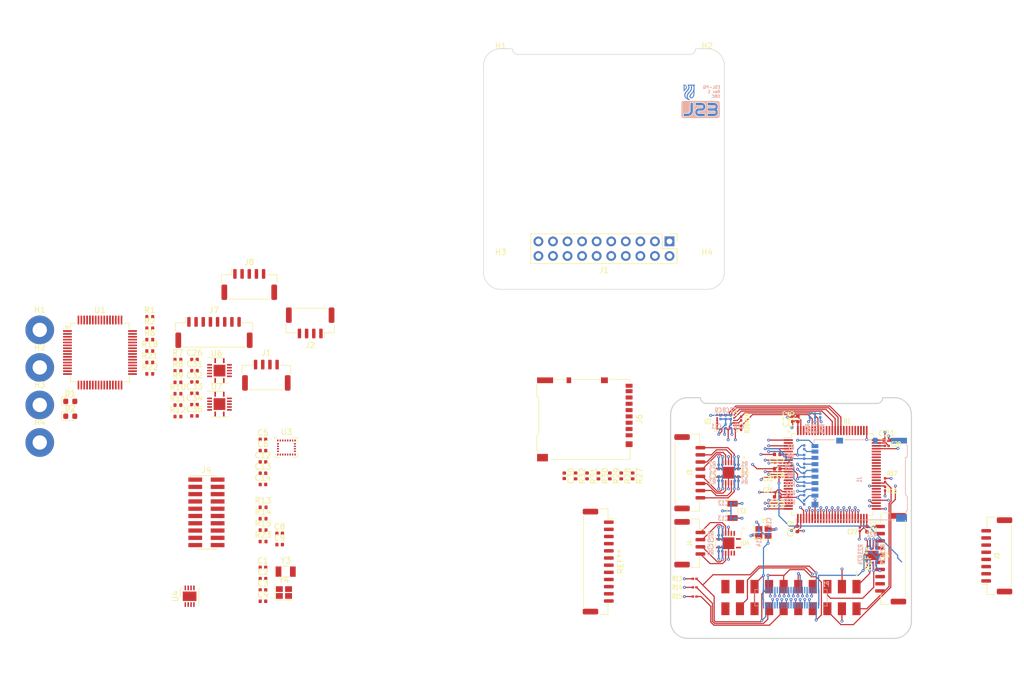
<source format=kicad_pcb>
(kicad_pcb (version 20240108) (generator "pcbnew") (generator_version "8.0")
  (title_block (title "Development of an ADCS for a PocketQube") (date "2023-09-06") (comment 2 "PCB Design") (comment 3 "22619291") (comment 4 "DP Theron"))
  (layers (0 "F.Cu" signal) (1 "In1.Cu" mixed) (2 "In2.Cu" mixed) (31 "B.Cu" signal) (34 "B.Paste" user) (35 "F.Paste" user) (36 "B.SilkS" user "B.Silkscreen") (37 "F.SilkS" user "F.Silkscreen") (38 "B.Mask" user) (39 "F.Mask" user) (44 "Edge.Cuts" user))
  (net 0 "")
  (net 1 "OPA1")
  (net 2 "1-")
  (net 3 "2-")
  (net 4 "OPA2")
  (net 5 "3-")
  (net 6 "OPA3")
  (net 7 "OPA4")
  (net 8 "4-")
  (net 9 "OPA5")
  (net 10 "5-")
  (net 11 "OPA6")
  (net 12 "6-")
  (net 13 "OB GND")
  (net 14 "Net-(U2-C1)")
  (net 15 "OSC_IN")
  (net 16 "OSC_OUT")
  (net 17 "OSC32_IN")
  (net 18 "Net-(U2-CAP)")
  (net 19 "OSC32_OUT")
  (net 20 "NRST")
  (net 21 "SPI NSS")
  (net 22 "SPI MOSI")
  (net 23 "SPI SCK")
  (net 24 "SPI MISO")
  (net 25 "Net-(J1-VSS)")
  (net 26 "OB SDA")
  (net 27 "OB SDB")
  (net 28 "OB SDL")
  (net 29 "OB SCK")
  (net 30 "OB S1_3v3")
  (net 31 "OB S2_3v3")
  (net 32 "OB PPS")
  (net 33 "1+")
  (net 34 "2+")
  (net 35 "3+")
  (net 36 "4+")
  (net 37 "5+")
  (net 38 "6+")
  (net 39 "SCL")
  (net 40 "SDA")
  (net 52 "USART RX")
  (net 53 "RS 485 RE")
  (net 54 "RS 485 DE")
  (net 55 "USART TX")
  (net 56 "DCap")
  (net 57 "Net-(C27-Pad1)")
  (net 60 "Net-(C28-Pad1)")
  (net 61 "Net-(J1-DAT2)")
  (net 62 "Net-(J1-DAT1)")
  (net 66 "OB 3v3")
  (net 71 "A02")
  (net 73 "A04")
  (net 75 "A06")
  (net 81 "A08")
  (net 82 "B02")
  (net 84 "B04")
  (net 86 "B06")
  (net 88 "B08")
  (net 90 "C01")
  (net 92 "C03")
  (net 94 "C05")
  (net 96 "C07")
  (net 98 "C09")
  (net 99 "D01")
  (net 101 "D03")
  (net 103 "D05")
  (net 105 "D07")
  (net 107 "D09")
  (net 108 "SWCLK")
  (net 109 "SWDIO")
  (net 110 "OBS PPS")
  (net 111 "BOOT")
  (net 112 "Net-(R18-Pad1)")
  (net 113 "OB VBat")
  (net 114 "OB 5v")
  (net 115 "OB S1_5v")
  (net 116 "OB S2_5v")
  (net 144 "SAOG")
  (net 145 "SAOM")
  (net 148 "CSAG")
  (net 149 "CSM")
  (net 152 "GND")
  (net 153 "Net-(U3-CAP)")
  (net 154 "Net-(U3-C1)")
  (net 155 "Net-(U4-VCC)")
  (net 156 "+3.3V")
  (net 157 "Net-(D1-A)")
  (net 158 "Net-(D2-A)")
  (net 159 "Net-(H1-Pad1)")
  (net 160 "Net-(H2-Pad1)")
  (net 161 "Net-(H3-Pad1)")
  (net 162 "Net-(H4-Pad1)")
  (net 165 "Net-(J6-DAT1)")
  (net 166 "Net-(J6-DAT2)")
  (net 169 "DB-I2C-SCL")
  (net 170 "3V3")
  (net 171 "DB-I2C-SDA")
  (net 172 "DB-SPI-CS")
  (net 173 "DB-UART-RX")
  (net 174 "DB-CAN-DAT")
  (net 175 "DB-SPI-MOSI")
  (net 176 "Unreg Bat")
  (net 177 "DB-SPI-CLK")
  (net 178 "DB-USART-TX")
  (net 179 "PPS")
  (net 180 "DB-SPI-MISO")
  (net 181 "DB-DAC")
  (net 182 "5V")
  (net 183 "DB-CAN-CLK")
  (net 184 "DB-ADC")
  (net 187 "PWR")
  (net 188 "TX")
  (net 189 "Net-(U1-BOOT0)")
  (net 190 "RS-EN")
  (net 191 "RS-A")
  (net 192 "RS-B")
  (footprint "Capacitor_SMD:C_0402_1005Metric" (layer "F.Cu") (at 106.45 108.07)
    (property "Reference" "C8")
    (property "Value" "100n")
  )
  (footprint "Resistor_SMD:R_0402_1005Metric" (layer "F.Cu") (at 88.71 81.72)
    (property "Reference" "R9")
    (property "Value" "470")
  )
  (footprint "Resistor_SMD:R_0402_1005Metric" (layer "F.Cu") (at 83.8 78.25)
    (property "Reference" "R21")
    (property "Value" "0")
  )
  (footprint "Connector_JST:JST_GH_SM05B-GHS-TB_1x05-1MP_P1.25mm_Horizontal" (layer "F.Cu") (at 101.15 64.65)
    (property "Reference" "J8")
    (property "Value" "Conn_01x05")
  )
  (footprint "Capacitor_SMD:C_0402_1005Metric" (layer "F.Cu") (at 193.218995 101.7 180)
    (property "Reference" "C23")
    (property "Value" "100n")
  )
  (footprint "Capacitor_SMD:C_0402_1005Metric" (layer "F.Cu") (at 91.6 77.73)
    (property "Reference" "C26")
    (property "Value" "220p")
  )
  (footprint "Capacitor_SMD:C_0402_1005Metric" (layer "F.Cu") (at 91.6 85.61)
    (property "Reference" "C34")
    (property "Value" "220p")
  )
  (footprint "Capacitor_SMD:C_0402_1005Metric" (layer "F.Cu") (at 196.818995 88.1 90)
    (property "Reference" "C16")
    (property "Value" "10u")
  )
  (footprint "Capacitor_SMD:C_0402_1005Metric" (layer "F.Cu") (at 103.54 91.67)
    (property "Reference" "C5")
    (property "Value" "10n")
  )
  (footprint "Capacitor_SMD:C_0402_1005Metric" (layer "F.Cu") (at 103.54 119.92)
    (property "Reference" "C4")
    (property "Value" "12p")
  )
  (footprint "Skripsie:MountingHole_2.5mm" (layer "F.Cu") (at 213.618995 123.4)
    (property "Reference" "H4" (hide yes))
    (property "Value" "MountingHole")
  )
  (footprint "Capacitor_SMD:C_0402_1005Metric" (layer "F.Cu") (at 103.54 97.58)
    (property "Reference" "C13")
    (property "Value" "100n")
  )
  (footprint "MountingHole:MountingHole_2.5mm_Pad" (layer "F.Cu") (at 64.62 85.67)
    (property "Reference" "H3")
    (property "Value" "MountingHole_Pad")
  )
  (footprint "Resistor_SMD:R_0402_1005Metric" (layer "F.Cu") (at 88.71 77.74)
    (property "Reference" "R7")
    (property "Value" "470")
  )
  (footprint "Resistor_SMD:R_0402_1005Metric" (layer "F.Cu") (at 166.02 98.05 -90)
    (property "Reference" "R28")
    (property "Value" "4k7")
  )
  (footprint "Skripsie:R_0201_0603Metric" (layer "F.Cu") (at 178.818995 117.5 180)
    (property "Reference" "R15")
    (property "Value" "0")
  )
  (footprint "Connector_JST:JST_GH_SM10B-GHS-TB_1x10-1MP_P1.25mm_Horizontal" (layer "F.Cu") (at 213 112.5 90)
    (property "Reference" "REF**")
    (property "Value" "JST_GH_SM10B-GHS-TB_1x10-1MP_P1.25mm_Horizontal")
  )
  (footprint "Skripsie:C_0201_0603Metric" (layer "F.Cu") (at 193.218995 98.3 180)
    (property "Reference" "C25")
    (property "Value" "100n")
  )
  (footprint "Skripsie:R_0201_0603Metric" (layer "F.Cu") (at 212.018995 98.8 -90)
    (property "Reference" "R17")
    (property "Value" "4k7")
  )
  (footprint "Skripsie:Texas_S-PVQFN-N14" (layer "F.Cu") (at 184.718995 109.8 -90)
    (property "Reference" "U4")
    (property "Value" "OPA4330")
  )
  (footprint "Resistor_SMD:R_0402_1005Metric" (layer "F.Cu") (at 83.8 80.24)
    (property "Reference" "R22")
    (property "Value" "0")
  )
  (footprint "Resistor_SMD:R_0402_1005Metric" (layer "F.Cu") (at 83.8 72.28)
    (property "Reference" "R2")
    (property "Value" "165")
  )
  (footprint "ESL_PQ:ESL_PQ_Main_Header" (layer "F.Cu") (at 163 57.13)
    (property "Reference" "J1")
    (property "Value" "ESL_PQ_MainHeader")
  )
  (footprint "Resistor_SMD:R_0402_1005Metric" (layer "F.Cu") (at 168.01 98.05 -90)
    (property "Reference" "R27")
    (property "Value" "4k7")
  )
  (footprint "Resistor_SMD:R_0402_1005Metric" (layer "F.Cu") (at 162.04 98.05 -90)
    (property "Reference" "R30")
    (property "Value" "4k7")
  )
  (footprint "Capacitor_SMD:C_0402_1005Metric" (layer "F.Cu") (at 91.6 79.7)
    (property "Reference" "C31")
    (property "Value" "220p")
  )
  (footprint "Skripsie:C_0201_0603Metric" (layer "F.Cu") (at 212.318995 92.8)
    (property "Reference" "C28")
    (property "Value" "2.2u")
  )
  (footprint "Skripsie:MountingHole_2.5mm" (layer "F.Cu") (at 177.618995 87.4)
    (property "Reference" "H1" (hide yes))
    (property "Value" "MountingHole")
  )
  (footprint "Skripsie:LQFP-100_14x14mm_P0.5mm" (layer "F.Cu") (at 202.818995 97.8)
    (property "Reference" "U1")
    (property "Value" "STM32H723VGT6")
  )
  (footprint "Skripsie:R_0201_0603Metric" (layer "F.Cu") (at 178.818995 119.1)
    (property "Reference" "R14")
    (property "Value" "0")
  )
  (footprint "Connector_PinHeader_1.27mm:PinHeader_2x10_P1.27mm_Vertical_SMD" (layer "F.Cu") (at 93.68 104.41)
    (property "Reference" "J4")
    (property "Value" "Conn_02x10_Counter_Clockwise")
  )
  (footprint "Resistor_SMD:R_0402_1005Metric" (layer "F.Cu") (at 83.8 74.27)
    (property "Reference" "R6")
    (property "Value" "0")
  )
  (footprint "Capacitor_SMD:C_0402_1005Metric" (layer "F.Cu") (at 212.318995 91.8)
    (property "Reference" "C21")
    (property "Value" "100n")
  )
  (footprint "Skripsie:JST_GH_SM08B-GHS-TB_1x08-1MP_P1.25mm_Horizontal" (layer "F.Cu") (at 95 73.02)
    (property "Reference" "J7")
    (property "Value" "Conn_01x08_MountingPin")
  )
  (footprint "Skripsie:JST_GH_SM04B-GHS-TB_1x04-1MP_P1.25mm_Horizontal" (layer "F.Cu") (at 177.968995 109.8 -90)
    (property "Reference" "J4")
    (property "Value" "Conn_01x04_MountingPin")
  )
  (footprint "Capacitor_SMD:C_0402_1005Metric" (layer "F.Cu") (at 193.218995 94.3 180)
    (property "Reference" "C17")
    (property "Value" "100n")
  )
  (footprint "Skripsie:JST_GH_SM04B-GHS-TB_1x04-1MP_P1.25mm_Horizontal" (layer "F.Cu") (at 111.775 71.35 180)
    (property "Reference" "J2")
    (property "Value" "Conn_01x04")
  )
  (footprint "Resistor_SMD:R_0402_1005Metric" (layer "F.Cu") (at 88.71 83.71)
    (property "Reference" "R10")
    (property "Value" "470")
  )
  (footprint "Skripsie:Crystal_SMD_EuroQuartz_EQ161-2Pin_3.2x1.5mm" (layer "F.Cu") (at 107.5 114.75)
    (property "Reference" "Y3")
    (property "Value" "32.768 kHz")
  )
  (footprint "Capacitor_SMD:C_0402_1005Metric" (layer "F.Cu") (at 196.718995 107.3 90)
    (property "Reference" "C19")
    (property "Value" "100n")
  )
  (footprint "ESL_PQ:ESL_PQ_MountingHole" (layer "F.Cu") (at 181 26.5)
    (property "Reference" "H2")
    (property "Value" "ESL_PQ_MountingHole")
  )
  (footprint "Capacitor_SMD:C_0402_1005Metric" (layer "F.Cu") (at 103.54 95.61)
    (property "Reference" "C12")
    (property "Value" "100n")
  )
  (footprint "LED_SMD:LED_0603_1608Metric" (layer "F.Cu") (at 69.94 87.63)
    (property "Reference" "D2")
    (property "Value" "LED")
  )
  (footprint "Resistor_SMD:R_0402_1005Metric" (layer "F.Cu") (at 160.05 98.05 -90)
    (property "Reference" "R31")
    (property "Value" "4k7")
  )
  (footprint "Capacitor_SMD:C_0402_1005Metric" (layer "F.Cu") (at 91.6 87.58)
    (property "Reference" "C35")
    (property "Value" "220p")
  )
  (footprint "Capacitor_SMD:C_0402_1005Metric" (layer "F.Cu") (at 156.08 98.03 -90)
    (property "Reference" "C30")
    (property "Value" "10u")
  )
  (footprint "Skripsie:SAMTEC-SMH-110-02-X-D_SMD" (layer "F.Cu") (at 195.618995 119.3)
    (property "Reference" "J5" (hide yes))
    (property "Value" "Conn_02x10_Top_Bottom" (hide yes))
  )
  (footprint "Skripsie:MountingHole_2.5mm" (layer "F.Cu") (at 213.618995 87.4)
    (property "Reference" "H2" (hide yes))
    (property "Value" "MountingHole")
  )
  (footprint "Skripsie:C_0201_0603Metric" (layer "F.Cu") (at 193.218995 100.9 180)
    (property "Reference" "C24")
    (property "Value" "100n")
  )
  (footprint "Connector_JST:JST_GH_SM12B-GHS-TB_1x12-1MP_P1.25mm_Horizontal" (layer "F.Cu") (at 162 113 -90)
    (property "Reference" "REF**")
    (property "Value" "JST_GH_SM12B-GHS-TB_1x12-1MP_P1.25mm_Horizontal")
  )
  (footprint "ESL_PQ:ESL_PQ_MountingHole" (layer "F.Cu") (at 145 26.5)
    (property "Reference" "H1")
    (property "Value" "ESL_PQ_MountingHole")
  )
  (footprint "ESL_PQ:ESL_PQ_MountingHole" (layer "F.Cu") (at 145 62.5)
    (property "Reference" "H3")
    (property "Value" "ESL_PQ_MountingHole")
  )
  (footprint "Resistor_SMD:R_0402_1005Metric" (layer "F.Cu") (at 103.56 109.5)
    (property "Reference" "R23")
    (property "Value" "120k")
  )
  (footprint "Skripsie:R_0201_0603Metric" (layer "F.Cu") (at 186.918995 88.045 90)
    (property "Reference" "R19")
    (property "Value" "4k7")
  )
  (footprint "Capacitor_SMD:C_0402_1005Metric" (layer "F.Cu") (at 103.54 93.64)
    (property "Reference" "C6")
    (property "Value" "100n")
  )
  (footprint "LED_SMD:LED_0603_1608Metric" (layer "F.Cu") (at 69.94 85.04)
    (property "Reference" "D1")
    (property "Value" "LED")
  )
  (footprint "Skripsie:microSD_HC_Hirose_DM3AT-SF-PEJM5" (layer "F.Cu") (at 159.66 88.19 -90)
    (property "Reference" "J6")
    (property "Value" "Micro_SD_Card")
  )
  (footprint "Capacitor_SMD:C_0402_1005Metric" (layer "F.Cu") (at 193.218995 96.8 180)
    (property "Reference" "C18")
    (property "Value" "100n")
  )
  (footprint "Skripsie:Crystal_SMD_EuroQuartz_X22-4Pin_2.5x2.0mm" (layer "F.Cu") (at 190.818995 107.9)
    (property "Reference" "Y1")
    (property "Value" "25 MHz")
  )
  (footprint "Capacitor_SMD:C_0402_1005Metric" (layer "F.Cu") (at 103.54 99.55)
    (property "Reference" "C14")
    (property "Value" "10u")
  )
  (footprint "Capacitor_SMD:C_0402_1005Metric" (layer "F.Cu") (at 208.868995 107.355 -90)
    (property "Reference" "C20")
    (property "Value" "100n")
  )
  (footprint "Resistor_SMD:R_0402_1005Metric" (layer "F.Cu") (at 83.8 76.26)
    (property "Reference" "R18")
    (property "Value" "0")
  )
  (footprint "Skripsie:DFN-8-1EP_3x3mm_P0.5mm_EP1.65x2.38mm" (layer "F.Cu") (at 209.693995 111.93 -90)
    (property "Reference" "U5")
    (property "Value" "LTC2580HDD")
  )
  (footprint "Skripsie:MountingHole_2.5mm" (layer "F.Cu") (at 177.618995 123.4)
    (property "Reference" "H3" (hide yes))
    (property "Value" "MountingHole")
  )
  (footprint "Resistor_SMD:R_0402_1005Metric" (layer "F.Cu") (at 103.56 103.53)
    (property "Reference" "R13")
    (property "Value" "4k7")
  )
  (footprint "Skripsie:Texas_S-PVQFN-N14" (layer "F.Cu") (at 95.96 79.67)
    (property "Reference" "U6")
    (property "Value" "OPA4330")
  )
  (footprint "Skripsie:Texas_S-PVQFN-N14" (layer "F.Cu") (at 184.718995 97.5 -90)
    (property "Reference" "U3")
    (property "Value" "OPA4330")
  )
  (footprint "Skripsie:JST_GH_SM08B-GHS-TB_1x08-1MP_P1.25mm_Horizontal" (layer "F.Cu") (at 231.5 112 90)
    (property "Reference" "J3")
    (property "Value" "Conn_01x08_MountingPin")
  )
  (footprint "Capacitor_SMD:C_0402_1005Metric" (layer "F.Cu") (at 195.918995 88.1 90)
    (property "Reference" "C22")
    (property "Value" "100n")
  )
  (footprint "Skripsie:Texas_S-PVQFN-N14" (layer "F.Cu") (at 95.96 85.52)
    (property "Reference" "U7")
    (property "Value" "OPA4330")
  )
  (footprint "ESL_PQ:ESL_PQ_MountingHole" (layer "F.Cu") (at 181 62.5)
    (property "Reference" "H4")
    (property "Value" "ESL_PQ_MountingHole")
  )
  (footprint "Skripsie:JST_GH_SM08B-GHS-TB_1x08-1MP_P1.25mm_Horizontal" (layer "F.Cu") (at 177.968995 97.5 -90)
    (property "Reference" "J3")
    (property "Value" "Conn_01x08_MountingPin")
  )
  (footprint "Skripsie:Crystal_SMD_EuroQuartz_X22-4Pin_2.5x2.0mm" (layer "F.Cu") (at 107.2 118.4)
    (property "Reference" "Y4")
    (property "Value" "80 MHz")
  )
  (footprint "Skripsie:Crystal_SMD_EuroQuartz_EQ161-2Pin_3.2x1.5mm" (layer "F.Cu") (at 185.416495 104.15 -90)
    (property "Reference" "Y2")
    (property "Value" "32.768 kHz")
  )
  (footprint "Package_QFP:LQFP-64_10x10mm_P0.5mm" (layer "F.Cu") (at 75.12 76.52)
    (property "Reference" "U1")
    (property "Value" "STM32L496R_E-G_Tx")
  )
  (footprint "Capacitor_SMD:C_0402_1005Metric" (layer "F.Cu") (at 103.54 117.95)
    (property "Reference" "C3")
    (property "Value" "12p")
  )
  (footprint "Skripsie:R_0201_0603Metric" (layer "F.Cu") (at 186.918995 89.67 90)
    (property "Reference" "R20")
    (property "Value" "4k7")
  )
  (footprint "Capacitor_SMD:C_0402_1005Metric" (layer "F.Cu") (at 103.54 114.01)
    (property "Reference" "C1")
    (property "Value" "8p")
  )
  (footprint "Resistor_SMD:R_0402_1005Metric" (layer "F.Cu") (at 164.03 98.05 -90)
    (property "Reference" "R29")
    (property "Value" "4k7")
  )
  (footprint "MountingHole:MountingHole_2.5mm_Pad" (layer "F.Cu") (at 64.62 79.12)
    (property "Reference" "H2")
    (property "Value" "MountingHole_Pad")
  )
  (footprint "Resistor_SMD:R_0402_1005Metric" (layer "F.Cu") (at 103.56 107.51)
    (property "Reference" "R15")
    (property "Value" "4k7")
  )
  (footprint "Skripsie:LGA-24L_3x3.5mm_P0.43mm" (layer "F.Cu") (at 107.635 93.095)
    (property "Reference" "U3")
    (property "Value" "LSM9DS1TR")
  )
  (footprint "Capacitor_SMD:C_0402_1005Metric" (layer "F.Cu") (at 106.45 110.04)
    (property "Reference" "C9")
    (property "Value" "10u")
  )
  (footprint "Capacitor_SMD:C_0402_1005Metric" (layer "F.Cu") (at 103.54 115.98)
    (property "Reference" "C2")
    (property "Value" "8p")
  )
  (footprint "MountingHole:MountingHole_2.5mm_Pad" (layer "F.Cu") (at 64.62 72.57)
    (property "Reference" "H1")
    (property "Value" "MountingHole_Pad")
  )
  (footprint "Resistor_SMD:R_0402_1005Metric" (layer "F.Cu") (at 158.06 98.05 -90)
    (property "Reference" "R32")
    (property "Value" "4k7")
  )
  (footprint "Resistor_SMD:R_0402_1005Metric" (layer "F.Cu") (at 83.8 70.29)
    (property "Reference" "R1")
    (property "Value" "165")
  )
  (footprint "Resistor_SMD:R_0402_1005Metric" (layer "F.Cu") (at 103.56 105.52)
    (property "Reference" "R14")
    (property "Value" "4k7")
  )
  (footprint "Resistor_SMD:R_0402_1005Metric" (layer "F.Cu") (at 88.71 85.7)
    (property "Reference" "R11")
    (property "Value" "470")
  )
  (footprint "MountingHole:MountingHole_2.5mm_Pad" (layer "F.Cu") (at 64.62 92.22)
    (property "Reference" "H4")
    (property "Value" "MountingHole_Pad")
  )
  (footprint "Resistor_SMD:R_0402_1005Metric" (layer "F.Cu") (at 88.71 87.69)
    (property "Reference" "R12")
    (property "Value" "470")
  )
  (footprint "Skripsie:LGA-24L_3x3.5mm_P0.43mm" (layer "F.Cu") (at 184.218995 88.59 180)
    (property "Reference" "U2")
    (property "Value" "LSM9DS1TR")
  )
  (footprint "Skripsie:R_0201_0603Metric" (layer "F.Cu") (at 178.818995 116 180)
    (property "Reference" "R13")
    (property "Value" "0")
  )
  (footprint "Skripsie:DFN-8-1EP_3x3mm_P0.5mm_EP1.65x2.38mm" (layer "F.Cu") (at 90.75 119.05 90)
    (property "Reference" "U4")
    (property "Value" "LTC2850HDD#PBF")
  )
  (footprint "Skripsie:C_0201_0603Metric" (layer "F.Cu") (at 207.618995 107.355 -90)
    (property "Reference" "C27")
    (property "Value" "2.2u")
  )
  (footprint "Skripsie:R_0201_0603Metric" (layer "F.Cu") (at 212.018995 100.28 90)
    (property "Reference" "R16")
    (property "Value" "4k7")
  )
  (footprint "Resistor_SMD:R_0402_1005Metric" (layer "F.Cu") (at 88.71 79.73)
    (property "Reference" "R8")
    (property "Value" "470")
  )
  (footprint "Capacitor_SMD:C_0402_1005Metric" (layer "F.Cu") (at 91.6 83.64)
    (property "Reference" "C33")
    (property "Value" "220p")
  )
  (footprint "Skripsie:JST_GH_SM04B-GHS-TB_1x04-1MP_P1.25mm_Horizontal" (layer "F.Cu") (at 104.13 80.47)
    (property "Reference" "J1")
    (property "Value" "Conn_01x04_MountingPin")
  )
  (footprint "Capacitor_SMD:C_0402_1005Metric" (layer "F.Cu") (at 91.6 81.67)
    (property "Reference" "C32")
    (property "Value" "220p")
  )
  (footprint "Skripsie:R_0201_0603Metric" (layer "B.Cu") (at 198.918995 87.5 -90)
    (property "Reference" "R26")
    (property "Value" "0")
  )
  (footprint "Skripsie:R_0201_0603Metric" (layer "B.Cu") (at 199.818995 87.5 -90)
    (property "Reference" "R18")
    (property "Value" "4k7")
  )
  (footprint "LOGO" (layer "B.Cu") (at 179.849816 34.11 180)
    (property "Reference" "G***" (hide yes))
    (property "Value" "LOGO" (hide yes))
  )
  (footprint "Skripsie:R_0201_0603Metric" (layer "B.Cu") (at 183.318995 96.1 180)
    (property "Reference" "R2")
    (property "Value" "560")
  )
  (footprint "Skripsie:C_0201_0603Metric" (layer "B.Cu") (at 197.918995 96.28 -90)
    (property "Reference" "C26")
    (property "Value" "10u")
  )
  (footprint "Skripsie:R_0201_0603Metric" (layer "B.Cu") (at 186.118995 96.1 180)
    (property "Reference" "R1")
    (property "Value" "560")
  )
  (footprint "Skripsie:C_0201_0603Metric" (layer "B.Cu") (at 183.318995 110.4)
    (property "Reference" "C5")
    (property "Value" "150p")
  )
  (footprint "Skripsie:C_0201_0603Metric" (layer "B.Cu") (at 191.718995 107.9 90)
    (property "Reference" "C15")
    (property "Value" "27p")
  )
  (footprint "Skripsie:R_0201_0603Metric" (layer "B.Cu") (at 197.918995 101.08 90)
    (property "Reference" "R11")
    (property "Value" "4k7")
  )
  (footprint "Skripsie:R_0201_0603Metric" (layer "B.Cu") (at 183.318995 108.4)
    (property "Reference" "R6")
    (property "Value" "560")
  )
  (footprint "Skripsie:C_0201_0603Metric" (layer "B.Cu") (at 184.218995 87.8 -90)
    (property "Reference" "C8")
    (property "Value" "10u")
  )
  (footprint "Skripsie:R_0201_0603Metric" (layer "B.Cu") (at 183.318995 98.9 180)
    (property "Reference" "R3")
    (property "Value" "560")
  )
  (footprint "Skripsie:C_0201_0603Metric" (layer "B.Cu") (at 183.318995 98.1 180)
    (property "Reference" "C3")
    (property "Value" "150p")
  )
  (footprint "Skripsie:C_0201_0603Metric" (layer "B.Cu") (at 186.118995 98.1 180)
    (property "Reference" "C4")
    (property "Value" "150p")
  )
  (footprint "Skripsie:R_0201_0603Metric" (layer "B.Cu") (at 197.918995 102.68 90)
    (property "Reference" "R12")
    (property "Value" "4k7")
  )
  (footprint "Skripsie:microSD_HC_Hirose_DM3AT-SF-PEJM5" (layer "B.Cu") (at 207.518995 98.725 -90)
    (property "Reference" "J1")
    (property "Value" "Micro_SD_Card")
  )
  (footprint "Skripsie:C_0201_0603Metric" (layer "B.Cu") (at 183.318995 96.9 180)
    (property "Reference" "C2")
    (property "Value" "150p")
  )
  (footprint "Skripsie:C_0201_0603Metric" (layer "B.Cu") (at 185.118995 89.4 90)
    (property "Reference" "C10")
    (property "Value" "100n")
  )
  (footprint "Skripsie:R_0201_0603Metric" (layer "B.Cu") (at 197.918995 93.05 -90)
    (property "Reference" "R7")
    (property "Value" "4k7")
  )
  (footprint "Skripsie:C_0201_0603Metric" (layer "B.Cu") (at 185.471495 105.45)
    (property "Reference" "C13")
    (property "Value" "2p")
  )
  (footprint "Skripsie:R_0201_0603Metric" (layer "B.Cu") (at 197.918995 97.88 90)
    (property "Reference" "R9")
    (property "Value" "4k7")
  )
  (footprint "Skripsie:R_0201_0603Metric" (layer "B.Cu") (at 183.318995 111.2)
    (property "Reference" "R5")
    (property "Value" "560")
  )
  (footprint "Skripsie:R_0201_0603Metric" (layer "B.Cu") (at 197.918995 99.48 90)
    (property "Reference" "R10")
    (property "Value" "4k7")
  )
  (footprint "Skripsie:R_0201_0603Metric" (layer "B.Cu") (at 210.543995 111.08 90)
    (property "Reference" "R21")
    (property "Value" "4k7")
  )
  (footprint "Skripsie:C_0201_0603Metric" (layer "B.Cu") (at 183.318995 87.8 -90)
    (property "Reference" "C9")
    (property "Value" "100n")
  )
  (footprint "Skripsie:C_0201_0603Metric" (layer "B.Cu") (at 185.118995 87.8 90)
    (property "Reference" "C7")
    (property "Value" "100n")
  )
  (footprint "Skripsie:R_0201_0603Metric" (layer "B.Cu") (at 200.718995 87.5 90)
    (property "Reference" "R25")
    (property "Value" "0")
  )
  (footprint "Skripsie:R_0201_0603Metric" (layer "B.Cu") (at 209.643995 111.08 -90)
    (property "Reference" "R22")
    (property "Value" "4k7")
  )
  (footprint "Skripsie:C_0201_0603Metric" (layer "B.Cu") (at 190.018995 107.88 -90)
    (property "Reference" "C14")
    (property "Value" "27p")
  )
  (footprint "Skripsie:C_0201_0603Metric" (layer "B.Cu") (at 185.471495 102.85)
    (property "Reference" "C12")
    (property "Value" "2p")
  )
  (footprint "Skripsie:C_0201_0603Metric" (layer "B.Cu") (at 210.543995 112.58 90)
    (property "Reference" "C29")
    (property "Value" "100n")
  )
  (footprint "Skripsie:HRS_DF40C-50DS-0.4V(51)" (layer "B.Cu") (at 195.618995 119.3 180)
    (property "Reference" "P1")
    (property "Value" "DF40C-50DS-0.4V(51)")
  )
  (footprint "LOGO" (layer "B.Cu") (at 179.849816 34.11 180)
    (property "Reference" "G***" (hide yes))
    (property "Value" "LOGO" (hide yes))
  )
  (footprint "Skripsie:R_0201_0603Metric" (layer "B.Cu") (at 208.743995 112.58 90)
    (property "Reference" "R24")
    (property "Value" "56")
  )
  (footprint "Skripsie:R_0201_0603Metric" (layer "B.Cu") (at 186.118995 98.9 180)
    (property "Reference" "R4")
    (property "Value" "560")
  )
  (footprint "Skripsie:C_0201_0603Metric" (layer "B.Cu") (at 183.318995 109.2)
    (property "Reference" "C6")
    (property "Value" "150p")
  )
  (footprint "Skripsie:C_0201_0603Metric" (layer "B.Cu") (at 186.118995 96.9 180)
    (property "Reference" "C1")
    (property "Value" "150p")
  )
  (footprint "Skripsie:C_0201_0603Metric" (layer "B.Cu") (at 184.218995 89.4 -90)
    (property "Reference" "C11")
    (property "Value" "10n")
  )
  (footprint "LOGO" (layer "B.Cu") (at 177.849816 31.11 180)
    (property "Reference" "G***" (hide yes))
    (property "Value" "LOGO" (hide yes))
  )
  (footprint "Skripsie:R_0201_0603Metric" (layer "B.Cu") (at 197.918995 94.72 -90)
    (property "Reference" "R8")
    (property "Value" "4k7")
  )
  (footprint "Skripsie:R_0201_0603Metric" (layer "B.Cu") (at 208.743995 111.08 -90)
    (property "Reference" "R23")
    (property "Value" "4k7")
  )
  (gr_circle (center 187.318995 107.2) (end 187.468995 107.2) (stroke (width 0.15)) (fill solid) (layer "F.SilkS"))
  (gr_circle (center 195.268995 90.3) (end 195.418995 90.3) (stroke (width 0.15)) (fill solid) (layer "F.SilkS"))
  (gr_circle (center 187.368995 94.85) (end 187.518995 94.85) (stroke (width 0.15)) (fill solid) (layer "F.SilkS"))
  (gr_arc (start 181 23.5) (mid 183.12132 24.37868) (end 184 26.5) (stroke (width 0.1)) (layer "Edge.Cuts"))
  (gr_arc (start 145 65.5) (mid 142.87868 64.62132) (end 142 62.5) (stroke (width 0.1)) (layer "Edge.Cuts"))
  (gr_line (start 180.822548 85.4) (end 210.615441 85.4) (stroke (width 0.2)) (layer "Edge.Cuts"))
  (gr_line (start 174.618995 87.4) (end 174.618995 123.4) (stroke (width 0.2)) (layer "Edge.Cuts"))
  (gr_arc (start 216.618995 123.4) (mid 215.740315 125.52132) (end 213.618995 126.4) (stroke (width 0.2)) (layer "Edge.Cuts"))
  (gr_line (start 145 23.5) (end 147 23.5) (stroke (width 0.1)) (layer "Edge.Cuts"))
  (gr_line (start 177.618995 84.4) (end 179.822548 84.4) (stroke (width 0.2)) (layer "Edge.Cuts"))
  (gr_line (start 211.618995 84.4) (end 213.618995 84.4) (stroke (width 0.2)) (layer "Edge.Cuts"))
  (gr_arc (start 142 26.5) (mid 142.87868 24.37868) (end 145 23.5) (stroke (width 0.1)) (layer "Edge.Cuts"))
  (gr_line (start 148 24.5) (end 178 24.5) (stroke (width 0.1)) (layer "Edge.Cuts"))
  (gr_line (start 216.618995 123.4) (end 216.618995 87.4) (stroke (width 0.2)) (layer "Edge.Cuts"))
  (gr_line (start 145 65.5) (end 181 65.5) (stroke (width 0.1)) (layer "Edge.Cuts"))
  (gr_arc (start 177.618995 126.4) (mid 175.497675 125.52132) (end 174.618995 123.4) (stroke (width 0.2)) (layer "Edge.Cuts"))
  (gr_line (start 184 62.5) (end 184 26.5) (stroke (width 0.1)) (layer "Edge.Cuts"))
  (gr_arc (start 179 23.5) (mid 178.707107 24.207107) (end 178 24.5) (stroke (width 0.1)) (layer "Edge.Cuts"))
  (gr_arc (start 184 62.5) (mid 183.12132 64.62132) (end 181 65.5) (stroke (width 0.1)) (layer "Edge.Cuts"))
  (gr_arc (start 213.618995 84.4) (mid 215.740315 85.27868) (end 216.618995 87.4) (stroke (width 0.2)) (layer "Edge.Cuts"))
  (gr_arc (start 174.618995 87.4) (mid 175.497675 85.27868) (end 177.618995 84.4) (stroke (width 0.2)) (layer "Edge.Cuts"))
  (gr_arc (start 211.618995 84.4) (mid 211.326102 85.107107) (end 210.618995 85.4) (stroke (width 0.2)) (layer "Edge.Cuts"))
  (gr_line (start 177.618995 126.4) (end 213.618995 126.4) (stroke (width 0.2)) (layer "Edge.Cuts"))
  (gr_arc (start 180.822548 85.4) (mid 180.117731 85.105856) (end 179.826089 84.4) (stroke (width 0.2)) (layer "Edge.Cuts"))
  (gr_line (start 179 23.5) (end 181 23.5) (stroke (width 0.1)) (layer "Edge.Cuts"))
  (gr_line (start 142 26.5) (end 142 62.5) (stroke (width 0.1)) (layer "Edge.Cuts"))
  (gr_arc (start 148 24.5) (mid 147.292893 24.207107) (end 147 23.5) (stroke (width 0.1)) (layer "Edge.Cuts"))
  (gr_text "ESL-PQ\nRev 1\nOBC" (at 183.349816 32.11 -0) (layer "B.SilkS") (effects (font (size 0.5 0.5) (thickness 0.125) (bold yes)) (justify left bottom mirror)))
  (gr_text "1" (at 206.668995 115.65 0) (layer "F.SilkS") (effects (font (size 0.8 0.6)) (justify left bottom)))
  (gr_text "1" (at 211.518995 110.7 0) (layer "F.SilkS") (effects (font (size 0.8 0.6)) (justify left bottom)))
  (segment (start 186.443995 94.725) (end 186.418995 94.7) (width 0.2) (layer "F.Cu") (net 1))
  (segment (start 191.718995 102.3) (end 195.143995 102.3) (width 0.2) (layer "F.Cu") (net 1))
  (segment (start 186.443995 96.75) (end 186.443995 94.725) (width 0.2) (layer "F.Cu") (net 1))
  (via (at 186.418995 94.7) (size 0.5) (drill 0.2) (layers "F.Cu" "B.Cu") (net 1))
  (via (at 191.718995 102.3) (size 0.5) (drill 0.2) (layers "F.Cu" "B.Cu") (net 1))
  (segment (start 186.438995 96.9) (end 186.438995 96.1) (width 0.2) (layer "B.Cu") (net 1))
  (segment (start 186.438995 96.1) (end 186.438995 94.72) (width 0.2) (layer "B.Cu") (net 1))
  (segment (start 186.438995 94.72) (end 186.418995 94.7) (width 0.2) (layer "B.Cu") (net 1))
  (segment (start 185.718995 94.25) (end 184.593995 93.125) (width 0.2) (layer "F.Cu") (net 2))
  (segment (start 185.718995 94.7) (end 185.718995 94.25) (width 0.2) (layer "F.Cu") (net 2))
  (segment (start 184.593995 93.125) (end 179.818995 93.125) (width 0.2) (layer "F.Cu") (net 2))
  (segment (start 185.718995 95.775) (end 185.718995 94.7) (width 0.2) (layer "F.Cu") (net 2))
  (via (at 185.718995 94.7) (size 0.5) (drill 0.2) (layers "F.Cu" "B.Cu") (net 2))
  (segment (start 185.798995 94.78) (end 185.718995 94.7) (width 0.2) (layer "B.Cu") (net 2))
  (segment (start 185.798995 96.1) (end 185.798995 94.78) (width 0.2) (layer "B.Cu") (net 2))
  (segment (start 185.798995 96.9) (end 185.798995 96.1) (width 0.2) (layer "B.Cu") (net 2))
  (segment (start 183.718995 94.7) (end 183.268995 94.25) (width 0.2) (layer "F.Cu") (net 3))
  (segment (start 180.143995 96.875) (end 179.818995 96.875) (width 0.2) (layer "F.Cu") (net 3))
  (segment (start 183.268995 94.25) (end 182.768995 94.25) (width 0.2) (layer "F.Cu") (net 3))
  (segment (start 183.718995 95.775) (end 183.718995 94.7) (width 0.2) (layer "F.Cu") (net 3))
  (segment (start 182.768995 94.25) (end 180.143995 96.875) (width 0.2) (layer "F.Cu") (net 3))
  (via (at 183.718995 94.7) (size 0.5) (drill 0.2) (layers "F.Cu" "B.Cu") (net 3))
  (segment (start 183.638995 96.9) (end 183.638995 96.1) (width 0.2) (layer "B.Cu") (net 3))
  (segment (start 183.638995 96.1) (end 183.638995 94.78) (width 0.2) (layer "B.Cu") (net 3))
  (segment (start 183.638995 94.78) (end 183.718995 94.7) (width 0.2) (layer "B.Cu") (net 3))
  (segment (start 182.993995 94.725) (end 183.018995 94.7) (width 0.2) (layer "F.Cu") (net 4))
  (segment (start 191.118995 102.814069) (end 191.133064 102.8) (width 0.2) (layer "F.Cu") (net 4))
  (segment (start 191.133064 102.8) (end 195.143995 102.8) (width 0.2) (layer "F.Cu") (net 4))
  (segment (start 182.993995 96.75) (end 182.993995 94.725) (width 0.2) (layer "F.Cu") (net 4))
  (via (at 191.118995 102.814069) (size 0.5) (drill 0.2) (layers "F.Cu" "B.Cu") (net 4))
  (via (at 183.018995 94.7) (size 0.5) (drill 0.2) (layers "F.Cu" "B.Cu") (net 4))
  (segment (start 182.998995 96.9) (end 182.998995 96.1) (width 0.2) (layer "B.Cu") (net 4))
  (segment (start 182.998995 96.1) (end 182.998995 94.72) (width 0.2) (layer "B.Cu") (net 4))
  (segment (start 182.998995 94.72) (end 183.018995 94.7) (width 0.2) (layer "B.Cu") (net 4))
  (segment (start 182.768995 100.75) (end 180.143995 98.125) (width 0.2) (layer "F.Cu") (net 5))
  (segment (start 183.718995 99.225) (end 183.718995 100.3) (width 0.2) (layer "F.Cu") (net 5))
  (segment (start 183.268995 100.75) (end 182.768995 100.75) (width 0.2) (layer "F.Cu") (net 5))
  (segment (start 180.143995 98.125) (end 179.818995 98.125) (width 0.2) (layer "F.Cu") (net 5))
  (segment (start 183.718995 100.3) (end 183.268995 100.75) (width 0.2) (layer "F.Cu") (net 5))
  (via (at 183.718995 100.3) (size 0.5) (drill 0.2) (layers "F.Cu" "B.Cu") (net 5))
  (segment (start 183.638995 98.9) (end 183.638995 100.22) (width 0.2) (layer "B.Cu") (net 5))
  (segment (start 183.638995 98.1) (end 183.638995 98.9) (width 0.2) (layer "B.Cu") (net 5))
  (segment (start 183.638995 100.22) (end 183.718995 100.3) (width 0.2) (layer "B.Cu") (net 5))
  (segment (start 182.993995 100.275) (end 183.018995 100.3) (width 0.2) (layer "F.Cu") (net 6))
  (segment (start 182.993995 98.25) (end 182.993995 100.275) (width 0.2) (layer "F.Cu") (net 6))
  (segment (start 191.718995 103.3) (end 195.143995 103.3) (width 0.2) (layer "F.Cu") (net 6))
  (via (at 191.718995 103.3) (size 0.5) (drill 0.2) (layers "F.Cu" "B.Cu") (net 6))
  (via (at 183.018995 100.3) (size 0.5) (drill 0.2) (layers "F.Cu" "B.Cu") (net 6))
  (segment (start 182.998995 98.1) (end 182.998995 98.9) (width 0.2) (layer "B.Cu") (net 6))
  (segment (start 182.998995 98.9) (end 182.998995 100.28) (width 0.2) (layer "B.Cu") (net 6))
  (segment (start 182.998995 100.28) (end 183.018995 100.3) (width 0.2) (layer "B.Cu") (net 6))
  (segment (start 191.118995 103.8) (end 195.143995 103.8) (width 0.2) (layer "F.Cu") (net 7))
  (segment (start 186.443995 100.275) (end 186.418995 100.3) (width 0.2) (layer "F.Cu") (net 7))
  (segment (start 186.443995 98.25) (end 186.443995 100.275) (width 0.2) (layer "F.Cu") (net 7))
  (via (at 191.118995 103.8) (size 0.5) (drill 0.2) (layers "F.Cu" "B.Cu") (net 7))
  (via (at 186.418995 100.3) (size 0.5) (drill 0.2) (layers "F.Cu" "B.Cu") (net 7))
  (segment (start 186.438995 100.28) (end 186.418995 100.3) (width 0.2) (layer "B.Cu") (net 7))
  (segment (start 186.438995 98.9) (end 186.438995 100.28) (width 0.2) (layer "B.Cu") (net 7))
  (segment (start 186.438995 98.1) (end 186.438995 98.9) (width 0.2) (layer "B.Cu") (net 7))
  (segment (start 185.718995 100.8) (end 184.643995 101.875) (width 0.2) (layer "F.Cu") (net 8))
  (segment (start 184.643995 101.875) (end 179.818995 101.875) (width 0.2) (layer "F.Cu") (net 8))
  (segment (start 185.718995 100.3) (end 185.718995 100.8) (width 0.2) (layer "F.Cu") (net 8))
  (segment (start 185.718995 99.225) (end 185.718995 100.3) (width 0.2) (layer "F.Cu") (net 8))
  (via (at 185.718995 100.3) (size 0.5) (drill 0.2) (layers "F.Cu" "B.Cu") (net 8))
  (segment (start 185.798995 98.1) (end 185.798995 98.9) (width 0.2) (layer "B.Cu") (net 8))
  (segment (start 185.798995 98.9) (end 185.798995 100.22) (width 0.2) (layer "B.Cu") (net 8))
  (segment (start 185.798995 100.22) (end 185.718995 100.3) (width 0.2) (layer "B.Cu") (net 8))
  (segment (start 198.318995 104.1) (end 198.318995 105.475) (width 0.2) (layer "F.Cu") (net 9))
  (segment (start 182.993995 110.55) (end 182.993995 112.575) (width 0.2) (layer "F.Cu") (net 9))
  (segment (start 182.993995 112.575) (end 183.018995 112.6) (width 0.2) (layer "F.Cu") (net 9))
  (via (at 183.018995 112.6) (size 0.5) (drill 0.2) (layers "F.Cu" "B.Cu") (net 9))
  (via (at 198.318995 104.1) (size 0.5) (drill 0.2) (layers "F.Cu" "B.Cu") (net 9))
  (segment (start 182.998995 112.58) (end 183.018995 112.6) (width 0.2) (layer "B.Cu") (net 9))
  (segment (start 182.998995 110.4) (end 182.998995 111.2) (width 0.2) (layer "B.Cu") (net 9))
  (segment (start 182.998995 111.2) (end 182.998995 112.58) (width 0.2) (layer "B.Cu") (net 9))
  (segment (start 183.268995 113.05) (end 182.768995 113.05) (width 0.2) (layer "F.Cu") (net 10))
  (segment (start 180.143995 110.425) (end 179.818995 110.425) (width 0.2) (layer "F.Cu") (net 10))
  (segment (start 182.768995 113.05) (end 180.143995 110.425) (width 0.2) (layer "F.Cu") (net 10))
  (segment (start 183.718995 112.6) (end 183.268995 113.05) (width 0.2) (layer "F.Cu") (net 10))
  (segment (start 183.718995 111.525) (end 183.718995 112.6) (width 0.2) (layer "F.Cu") (net 10))
  (via (at 183.718995 112.6) (size 0.5) (drill 0.2) (layers "F.Cu" "B.Cu") (net 10))
  (segment (start 183.638995 111.2) (end 183.638995 112.52) (width 0.2) (layer "B.Cu") (net 10))
  (segment (start 183.638995 112.52) (end 183.718995 112.6) (width 0.2) (layer "B.Cu") (net 10))
  (segment (start 183.638995 111.2) (end 183.638995 110.4) (width 0.2) (layer "B.Cu") (net 10))
  (segment (start 182.993995 109.05) (end 182.993995 107.025) (width 0.2) (layer "F.Cu") (net 11))
  (segment (start 182.993995 107.025) (end 183.018995 107) (width 0.2) (layer "F.Cu") (net 11))
  (segment (start 197.818995 104.1) (end 197.818995 105.475) (width 0.2) (layer "F.Cu") (net 11))
  (segment (start 197.268995 103.55) (end 197.818995 104.1) (width 0.2) (layer "F.Cu") (net 11))
  (via (at 183.018995 107) (size 0.5) (drill 0.2) (layers "F.Cu" "B.Cu") (net 11))
  (via (at 197.268995 103.55) (size 0.5) (drill 0.2) (layers "F.Cu" "B.Cu") (net 11))
  (segment (start 182.998995 108.4) (end 182.998995 107.02) (width 0.2) (layer "B.Cu") (net 11))
  (segment (start 182.998995 107.02) (end 183.018995 107) (width 0.2) (layer "B.Cu") (net 11))
  (segment (start 182.998995 108.4) (end 182.998995 109.2) (width 0.2) (layer "B.Cu") (net 11))
  (segment (start 180.143995 109.175) (end 179.818995 109.175) (width 0.2) (layer "F.Cu") (net 12))
  (segment (start 183.268995 106.55) (end 182.768995 106.55) (width 0.2) (layer "F.Cu") (net 12))
  (segment (start 183.718995 108.075) (end 183.718995 107) (width 0.2) (layer "F.Cu") (net 12))
  (segment (start 182.768995 106.55) (end 180.143995 109.175) (width 0.2) (layer "F.Cu") (net 12))
  (segment (start 183.718995 107) (end 183.268995 106.55) (width 0.2) (layer "F.Cu") (net 12))
  (via (at 183.718995 107) (size 0.5) (drill 0.2) (layers "F.Cu" "B.Cu") (net 12))
  (segment (start 183.638995 107.08) (end 183.718995 107) (width 0.2) (layer "B.Cu") (net 12))
  (segment (start 183.638995 108.4) (end 183.638995 109.2) (width 0.2) (layer "B.Cu") (net 12))
  (segment (start 183.638995 108.4) (end 183.638995 107.08) (width 0.2) (layer "B.Cu") (net 12))
  (segment (start 189.258995 117.37) (end 189.258995 116.965566) (width 0.2) (layer "F.Cu") (net 13))
  (segment (start 183.573995 89.815) (end 183.143995 89.815) (width 0.2) (layer "F.Cu") (net 13))
  (segment (start 184.718995 99.225) (end 184.718995 100.3) (width 0.2) (layer "F.Cu") (net 13))
  (segment (start 184.718995 111.525) (end 184.718995 112.6) (width 0.2) (layer "F.Cu") (net 13))
  (segment (start 182.713995 89.265) (end 182.743995 89.235) (width 0.2) (layer "F.Cu") (net 13))
  (segment (start 208.943995 112.68) (end 209.693995 111.93) (width 0.2) (layer "F.Cu") (net 13))
  (segment (start 183.018995 90.8) (end 183.573995 90.245) (width 0.2) (layer "F.Cu") (net 13))
  (segment (start 183.573995 90.245) (end 183.573995 89.815) (width 0.2) (layer "F.Cu") (net 13))
  (segment (start 208.943995 113.38) (end 208.943995 112.68) (width 0.2) (layer "F.Cu") (net 13))
  (segment (start 189.258995 116.965566) (end 190.818995 115.405566) (width 0.2) (layer "F.Cu") (net 13))
  (segment (start 208.168995 114.58) (end 208.943995 113.805) (width 0.2) (layer "F.Cu") (net 13))
  (segment (start 184.718995 97.5) (end 184.718995 99.225) (width 0.2) (layer "F.Cu") (net 13))
  (segment (start 183.143995 89.815) (end 182.713995 89.815) (width 0.2) (layer "F.Cu") (net 13))
  (segment (start 191.618995 108.5) (end 191.618995 109.8) (width 0.2) (layer "F.Cu") (net 13))
  (segment (start 204.518995 114.3) (end 204.518995 117.35) (width 0.2) (layer "F.Cu") (net 13))
  (segment (start 204.518995 117.35) (end 204.498995 117.37) (width 0.2) (layer "F.Cu") (net 13))
  (segment (start 190.018995 107.3) (end 190.018995 106.5005) (width 0.2) (layer "F.Cu") (net 13))
  (segment (start 204.498995 123.4) (end 204.498995 121.231) (width 0.2) (layer "F.Cu") (net 13))
  (segment (start 190.018995 106.5005) (end 189.618995 106.1005) (width 0.2) (layer "F.Cu") (net 13))
  (segment (start 182.743995 89.235) (end 182.743995 88.805) (width 0.2) (layer "F.Cu") (net 13))
  (segment (start 182.743995 87.945) (end 182.743995 88.375) (width 0.2) (layer "F.Cu") (net 13))
  (segment (start 182.713995 89.815) (end 182.713995 89.265) (width 0.2) (layer "F.Cu") (net 13))
  (segment (start 189.258995 117.37) (end 189.258995 121.231) (width 0.2) (layer "F.Cu") (net 13))
  (segment (start 182.743995 88.375) (end 182.743995 88.805) (width 0.2) (layer "F.Cu") (net 13))
  (segment (start 208.943995 113.805) (end 208.943995 113.38) (width 0.2) (layer "F.Cu") (net 13))
  (segment (start 184.718995 109.8) (end 184.718995 111.525) (width 0.2) (layer "F.Cu") (net 13))
  (via (at 184.718995 112.6) (size 0.5) (drill 0.2) (layers "F.Cu" "B.Cu") (net 13))
  (via (at 183.018995 90.8) (size 0.5) (drill 0.2) (layers "F.Cu" "B.Cu") (net 13))
  (via (at 204.498995 123.4) (size 0.5) (drill 0.2) (layers "F.Cu" "B.Cu") (net 13))
  (via (at 198.668995 88.6) (size 0.5) (drill 0.2) (layers "F.Cu" "B.Cu") (net 13))
  (via (at 184.718995 100.3) (size 0.5) (drill 0.2) (layers "F.Cu" "B.Cu") (net 13))
  (via (at 204.518995 114.3) (size 0.5) (drill 0.2) (layers "F.Cu" "B.Cu") (net 13))
  (via (at 208.168995 114.58) (size 0.5) (drill 0.2) (layers "F.Cu" "B.Cu") (net 13))
  (via (at 190.818995 115.405566) (size 0.5) (drill 0.2) (layers "F.Cu" "B.Cu") (net 13))
  (via (at 191.618995 109.8) (size 0.5) (drill 0.2) (layers "F.Cu" "B.Cu") (net 13))
  (via (at 189.618995 106.1005) (size 0.5) (drill 0.2) (layers "F.Cu" "B.Cu") (net 13))
  (via (at 196.768995 96) (size 0.5) (drill 0.2) (layers "F.Cu" "B.Cu") (net 13))
  (via (at 196.768995 91.825) (size 0.5) (drill 0.2) (layers "F.Cu" "B.Cu") (net 13))
  (via (at 183.671495 104.15) (size 0.5) (drill 0.2) (layers "F.Cu" "B.Cu") (net 13))
  (segment (start 200.418995 115.4) (end 200.418995 117.98) (width 0.2) (layer "B.Cu") (net 13))
  (segment (start 208.343995 114.405) (end 208.343995 111.8) (width 0.2) (layer "B.Cu") (net 13))
  (segment (start 200.468995 120.57) (end 200.418995 120.62) (width 0.2) (layer "B.Cu") (net 13))
  (segment (start 191.618995 108.32) (end 191.718995 108.22) (width 0.2) (layer "B.Cu") (net 13))
  (segment (start 210.503995 112.26) (end 209.643995 111.4) (width 0.2) (layer "B.Cu") (net 13))
  (segment (start 208.743995 111.4) (end 209.643995 111.4) (width 0.2) (layer "B.Cu") (net 13))
  (segment (start 183.018995 90.8) (end 183.018995 90.265736) (width 0.2) (layer "B.Cu") (net 13))
  (segment (start 191.618995 109.8) (end 190.818995 110.6) (width 0.2) (layer "B.Cu") (net 13))
  (segment (start 208.168995 114.58) (end 207.348995 115.4) (width 0.2) (layer "B.Cu") (net 13))
  (segment (start 198.918995 87.82) (end 198.918995 88.35) (width 0.2) (layer "B.Cu") (net 13))
  (segment (start 198.918995 88.35) (end 198.668995 88.6) (width 0.2) (layer "B.Cu") (net 13))
  (segment (start 183.018995 90.265736) (end 184.204731 89.08) (width 0.2) (layer "B.Cu") (net 13))
  (segment (start 191.718995 108.22) (end 190.898995 108.22) (width 0.2) (layer "B.Cu") (net 13))
  (segment (start 190.768995 118.03) (end 190.768995 119.55) (width 0.2) (layer "B.Cu") (net 13))
  (segment (start 190.818995 116.9) (end 190.818995 115.405566) (width 0.2) (layer "B.Cu") (net 13))
  (segment (start 208.343995 111.8) (end 208.743995 111.4) (width 0.2) (layer "B.Cu") (net 13))
  (segment (start 184.204731 89.08) (end 184.218995 89.08) (width 0.2) (layer "B.Cu") (net 13))
  (segment (start 185.118995 88.12) (end 184.218995 88.12) (width 0.2) (layer "B.Cu") (net 13))
  (segment (start 184.218995 88.12) (end 184.218995 89.08) (width 0.2) (layer "B.Cu") (net 13))
  (segment (start 190.898995 108.22) (end 190.238995 107.56) (width 0.2) (layer "B.Cu") (net 13))
  (segment (start 200.418995 117.98) (end 200.468995 118.03) (width 0.2) (layer "B.Cu") (net 13))
  (segment (start 185.151495 104.15) (end 185.151495 105.45) (width 0.2) (layer "B.Cu") (net 13))
  (segment (start 190.818995 120.62) (end 190.818995 119.6) (width 0.2) (layer "B.Cu") (net 13))
  (segment (start 198.768995 91.825) (end 199.793995 92.85) (width 0.2) (layer "B.Cu") (net 13))
  (segment (start 185.151495 102.85) (end 185.151495 104.15) (width 0.2) (layer "B.Cu") (net 13))
  (segment (start 196.768995 96) (end 197.368995 96.6) (width 0.2) (layer "B.Cu") (net 13))
  (segment (start 184.218995 88.12) (end 183.318995 88.12) (width 0.2) (layer "B.Cu") (net 13))
  (segment (start 190.818995 110.6) (end 190.818995 115.405566) (width 0.2) (layer "B.Cu") (net 13))
  (segment (start 190.018995 107.56) (end 190.018995 106.5005) (width 0.2) (layer "B.Cu") (net 13))
  (segment (start 196.768995 91.825) (end 198.768995 91.825) (width 0.2) (layer "B.Cu") (net 13))
  (segment (start 200.468995 118.03) (end 200.468995 120.57) (width 0.2) (layer "B.Cu") (net 13))
  (segment (start 190.818995 117.98) (end 190.818995 116.9) (width 0.2) (layer "B.Cu") (net 13))
  (segment (start 190.238995 107.56) (end 190.018995 107.56) (width 0.2) (layer "B.Cu") (net 13))
  (segment (start 190.018995 106.5005) (end 189.618995 106.1005) (width 0.2) (layer "B.Cu") (net 13))
  (segment (start 197.368995 96.6) (end 197.918995 96.6) (width 0.2) (layer "B.Cu") (net 13))
  (segment (start 185.118995 89.08) (end 185.118995 88.12) (width 0.2) (layer "B.Cu") (net 13))
  (segment (start 190.768995 119.55) (end 190.818995 119.6) (width 0.2) (layer "B.Cu") (net 13))
  (segment (start 191.618995 109.8) (end 191.618995 108.32) (width 0.2) (layer "B.Cu") (net 13))
  (segment (start 208.168995 114.58) (end 208.343995 114.405) (width 0.2) (layer "B.Cu") (net 13))
  (segment (start 210.543995 112.26) (end 210.503995 112.26) (width 0.2) (layer "B.Cu") (net 13))
  (segment (start 185.151495 104.15) (end 183.671495 104.15) (width 0.2) (layer "B.Cu") (net 13))
  (segment (start 190.818995 117.98) (end 190.768995 118.03) (width 0.2) (layer "B.Cu") (net 13))
  (segment (start 207.348995 115.4) (end 200.418995 115.4) (width 0.2) (layer "B.Cu") (net 13))
  (segment (start 185.318995 90.8) (end 185.293995 90.775) (width 0.2) (layer "F.Cu") (net 14))
  (segment (start 185.293995 90.775) (end 185.293995 89.815) (width 0.2) (layer "F.Cu") (net 14))
  (via (at 185.318995 90.8) (size 0.5) (drill 0.2) (layers "F.Cu" "B.Cu") (net 14))
  (segment (start 185.318995 89.92) (end 185.118995 89.72) (width 0.2) (layer "B.Cu") (net 14))
  (segment (start 185.318995 90.8) (end 185.318995 89.92) (width 0.2) (layer "B.Cu") (net 14))
  (segment (start 191.118995 97.3) (end 195.143995 97.3) (width 0.2) (layer "F.Cu") (net 15))
  (segment (start 190.018995 108.5) (end 188.618995 108.5) (width 0.2) (layer "F.Cu") (net 15))
  (via (at 191.118995 97.3) (size 0.5) (drill 0.2) (layers "F.Cu" "B.Cu") (net 15))
  (via (at 188.618995 108.5) (size 0.5) (drill 0.2) (layers "F.Cu" "B.Cu") (net 15))
  (segment (start 188.918995 108.2) (end 188.618995 108.5) (width 0.2) (layer "B.Cu") (net 15))
  (segment (start 190.018995 108.2) (end 188.918995 108.2) (width 0.2) (layer "B.Cu") (net 15))
  (segment (start 191.769495 97.8) (end 195.143995 97.8) (width 0.2) (layer "F.Cu") (net 16))
  (segment (start 191.718995 97.7495) (end 191.769495 97.8) (width 0.2) (layer "F.Cu") (net 16))
  (segment (start 191.618995 107.3) (end 193.018995 107.3) (width 0.2) (layer "F.Cu") (net 16))
  (via (at 193.018995 107.3) (size 0.5) (drill 0.2) (layers "F.Cu" "B.Cu") (net 16))
  (via (at 191.718995 97.7495) (size 0.5) (drill 0.2) (layers "F.Cu" "B.Cu") (net 16))
  (segment (start 191.718995 107.58) (end 192.738995 107.58) (width 0.2) (layer "B.Cu") (net 16))
  (segment (start 192.738995 107.58) (end 193.018995 107.3) (width 0.2) (layer "B.Cu") (net 16))
  (segment (start 187.021495 102.9) (end 187.071495 102.85) (width 0.2) (layer "F.Cu") (net 17))
  (segment (start 191.118995 95.3) (end 195.143995 95.3) (width 0.2) (layer "F.Cu") (net 17))
  (segment (start 185.416495 102.9) (end 187.021495 102.9) (width 0.2) (layer "F.Cu") (net 17))
  (via (at 187.071495 102.85) (size 0.5) (drill 0.2) (layers "F.Cu" "B.Cu") (net 17))
  (via (at 191.118995 95.3) (size 0.5) (drill 0.2) (layers "F.Cu" "B.Cu") (net 17))
  (segment (start 187.071495 102.85) (end 185.791495 102.85) (width 0.2) (layer "B.Cu") (net 17))
  (segment (start 184.003995 90.756358) (end 184.003995 89.815) (width 0.2) (layer "F.Cu") (net 18))
  (segment (start 184.056204 90.808567) (end 184.003995 90.756358) (width 0.2) (layer "F.Cu") (net 18))
  (via (at 184.056204 90.808567) (size 0.5) (drill 0.2) (layers "F.Cu" "B.Cu") (net 18))
  (segment (start 184.056204 89.882791) (end 184.218995 89.72) (width 0.2) (layer "B.Cu") (net 18))
  (segment (start 184.056204 90.808567) (end 184.056204 89.882791) (width 0.2) (layer "B.Cu") (net 18))
  (segment (start 185.416495 105.4) (end 187.021495 105.4) (width 0.2) (layer "F.Cu") (net 19))
  (segment (start 187.021495 105.4) (end 187.071495 105.45) (width 0.2) (layer "F.Cu") (net 19))
  (segment (start 191.769495 95.8) (end 195.143995 95.8) (width 0.2) (layer "F.Cu") (net 19))
  (via (at 191.769495 95.8) (size 0.5) (drill 0.2) (layers "F.Cu" "B.Cu") (net 19))
  (via (at 187.071495 105.45) (size 0.5) (drill 0.2) (layers "F.Cu" "B.Cu") (net 19))
  (segment (start 187.071495 105.45) (end 185.791495 105.45) (width 0.2) (layer "B.Cu") (net 19))
  (segment (start 195.143995 98.3) (end 193.538995 98.3) (width 0.2) (layer "F.Cu") (net 20))
  (segment (start 193.518995 99.3) (end 193.518995 98.32) (width 0.2) (layer "F.Cu") (net 20))
  (segment (start 193.518995 98.32) (end 193.538995 98.3) (width 0.2) (layer "F.Cu") (net 20))
  (via (at 193.518995 99.3) (size 0.5) (drill 0.2) (layers "F.Cu" "B.Cu") (net 20))
  (segment (start 214.218995 112.37) (end 214.218995 111.918603) (width 0.2) (layer "B.Cu") (net 20))
  (segment (start 214.918995 113.07) (end 214.218995 112.37) (width 0.2) (layer "B.Cu") (net 20))
  (segment (start 195.318995 106.8) (end 193.518995 105) (width 0.2) (layer "B.Cu") (net 20))
  (segment (start 214.218995 111.918603) (end 209.100392 106.8) (width 0.2) (layer "B.Cu") (net 20))
  (segment (start 209.100392 106.8) (end 195.318995 106.8) (width 0.2) (layer "B.Cu") (net 20))
  (segment (start 193.518995 105) (end 193.518995 99.3) (width 0.2) (layer "B.Cu") (net 20))
  (segment (start 191.718995 92.8) (end 195.143995 92.8) (width 0.2) (layer "F.Cu") (net 21))
  (via (at 196.768995 100.7) (size 0.5) (drill 0.2) (layers "F.Cu" "B.Cu") (net 21))
  (via (at 191.718995 92.8) (size 0.5) (drill 0.2) (layers "F.Cu" "B.Cu") (net 21))
  (segment (start 196.768995 100.7) (end 196.828995 100.76) (width 0.2) (layer "B.Cu") (net 21))
  (segment (start 199.793995 100.4) (end 198.278995 100.4) (width 0.2) (layer "B.Cu") (net 21))
  (segment (start 198.278995 100.4) (end 197.918995 100.76) (width 0.2) (layer "B.Cu") (net 21))
  (segment (start 196.828995 100.76) (end 197.918995 100.76) (width 0.2) (layer "B.Cu") (net 21))
  (segment (start 191.718995 93.8) (end 195.143995 93.8) (width 0.2) (layer "F.Cu") (net 22))
  (via (at 191.718995 93.8) (size 0.5) (drill 0.2) (layers "F.Cu" "B.Cu") (net 22))
  (segment (start 198.058995 99.3) (end 197.918995 99.16) (width 0.2) (layer "B.Cu") (net 22))
  (segment (start 193.518995 93.8) (end 196.118995 96.4) (width 0.2) (layer "B.Cu") (net 22))
  (segment (start 196.728995 99.16) (end 197.918995 99.16) (width 0.2) (layer "B.Cu") (net 22))
  (segment (start 196.118995 98.55) (end 196.728995 99.16) (width 0.2) (layer "B.Cu") (net 22))
  (segment (start 191.718995 93.8) (end 193.518995 93.8) (width 0.2) (layer "B.Cu") (net 22))
  (segment (start 199.793995 99.3) (end 198.058995 99.3) (width 0.2) (layer "B.Cu") (net 22))
  (segment (start 196.118995 96.4) (end 196.118995 98.55) (width 0.2) (layer "B.Cu") (net 22))
  (segment (start 191.718995 91.8) (end 195.143995 91.8) (width 0.2) (layer "F.Cu") (net 23))
  (via (at 191.718995 91.8) (size 0.5) (drill 0.2) (layers "F.Cu" "B.Cu") (net 23))
  (via (at 196.768995 96.891144) (size 0.5) (drill 0.2) (layers "F.Cu" "B.Cu") (net 23))
  (segment (start 199.793995 97.1) (end 198.378995 97.1) (width 0.2) (layer "B.Cu") (net 23))
  (segment (start 198.378995 97.1) (end 197.918995 97.56) (width 0.2) (layer "B.Cu") (net 23))
  (segment (start 197.437851 97.56) (end 197.918995 97.56) (width 0.2) (layer "B.Cu") (net 23))
  (segment (start 196.768995 96.891144) (end 197.437851 97.56) (width 0.2) (layer "B.Cu") (net 23))
  (segment (start 191.118995 93.3) (end 195.143995 93.3) (width 0.2) (layer "F.Cu") (net 24))
  (via (at 191.118995 93.3) (size 0.5) (drill 0.2) (layers "F.Cu" "B.Cu") (net 24))
  (segment (start 191.118995 93.3) (end 193.443259 93.3) (width 0.2) (layer "B.Cu") (net 24))
  (segment (start 199.653995 95.04) (end 199.793995 94.9) (width 0.2) (layer "B.Cu") (net 24))
  (segment (start 193.443259 93.3) (end 195.183259 95.04) (width 0.2) (layer "B.Cu") (net 24))
  (segment (start 195.183259 95.04) (end 197.918995 95.04) (width 0.2) (layer "B.Cu") (net 24))
  (segment (start 197.918995 95.04) (end 199.653995 95.04) (width 0.2) (layer "B.Cu") (net 24))
  (segment (start 199.793995 96) (end 197.958995 96) (width 0.2) (layer "B.Cu") (net 25))
  (segment (start 197.958995 96) (end 197.918995 95.96) (width 0.2) (layer "B.Cu") (net 25))
  (segment (start 209.343995 114.58) (end 209.343995 115.065) (width 0.2) (layer "F.Cu") (net 26))
  (segment (start 209.443995 113.38) (end 209.443995 114.48) (width 0.2) (layer "F.Cu") (net 26))
  (segment (start 209.443995 114.48) (end 209.343995 114.58) (width 0.2) (layer "F.Cu") (net 26))
  (segment (start 209.343995 115.065) (end 207.038995 117.37) (width 0.2) (layer "F.Cu") (net 26))
  (via (at 209.343995 114.58) (size 0.5) (drill 0.2) (layers "F.Cu" "B.Cu") (net 26))
  (segment (start 209.343995 113.5) (end 208.743995 112.9) (width 0.2) (layer "B.Cu") (net 26))
  (segment (start 209.343995 114.58) (end 209.343995 113.5) (width 0.2) (layer "B.Cu") (net 26))
  (segment (start 208.118995 119.4) (end 202.518995 119.4) (width 0.2) (layer "F.Cu") (net 27))
  (segment (start 210.043995 117.475) (end 208.118995 119.4) (width 0.2) (layer "F.Cu") (net 27))
  (segment (start 209.943995 114.48) (end 210.043995 114.58) (width 0.2) (layer "F.Cu") (net 27))
  (segment (start 209.943995 113.38) (end 209.943995 114.48) (width 0.2) (layer "F.Cu") (net 27))
  (segment (start 210.043995 114.58) (end 210.043995 117.475) (width 0.2) (layer "F.Cu") (net 27))
  (segment (start 202.518995 119.4) (end 201.958995 118.84) (width 0.2) (layer "F.Cu") (net 27))
  (segment (start 201.958995 118.84) (end 201.958995 117.37) (width 0.2) (layer "F.Cu") (net 27))
  (via (at 210.043995 114.58) (size 0.5) (drill 0.2) (layers "F.Cu" "B.Cu") (net 27))
  (segment (start 210.043995 114.58) (end 210.043995 113.5) (width 0.2) (layer "B.Cu") (net 27))
  (segment (start 210.043995 113.5) (end 208.803995 112.26) (width 0.2) (layer "B.Cu") (net 27))
  (segment (start 208.803995 112.26) (end 208.743995 112.26) (width 0.2) (layer "B.Cu") (net 27))
  (segment (start 211.838995 99.3) (end 212.018995 99.12) (width 0.2) (layer "F.Cu") (net 28))
  (segment (start 210.493995 99.3) (end 211.838995 99.3) (width 0.2) (layer "F.Cu") (net 28))
  (segment (start 212.718995 117.356741) (end 212.718995 102.836397) (width 0.2) (layer "F.Cu") (net 28))
  (segment (start 212.718995 102.836397) (end 213.068995 102.486397) (width 0.2) (layer "F.Cu") (net 28))
  (segment (start 207.038995 121.231) (end 208.844736 121.231) (width 0.2) (layer "F.Cu") (net 28))
  (segment (start 213.068995 102.486397) (end 213.068995 100.17) (width 0.2) (layer "F.Cu") (net 28))
  (segment (start 208.844736 121.231) (end 212.718995 117.356741) (width 0.2) (layer "F.Cu") (net 28))
  (segment (start 213.068995 100.17) (end 212.018995 99.12) (width 0.2) (layer "F.Cu") (net 28))
  (segment (start 201.958995 121.231) (end 201.958995 121.640995) (width 0.2) (layer "F.Cu") (net 29))
  (segment (start 213.018995 102.960661) (end 213.818995 102.160661) (width 0.2) (layer "F.Cu") (net 29))
  (segment (start 206.5 124) (end 213.018995 117.481005) (width 0.2) (layer "F.Cu") (net 29))
  (segment (start 211.858995 99.8) (end 210.493995 99.8) (width 0.2) (layer "F.Cu") (net 29))
  (segment (start 201.958995 121.640995) (end 204.318 124) (width 0.2) (layer "F.Cu") (net 29))
  (segment (start 213.818995 102.160661) (end 213.818995 99.8) (width 0.2) (layer "F.Cu") (net 29))
  (segment (start 212.018995 99.96) (end 211.858995 99.8) (width 0.2) (layer "F.Cu") (net 29))
  (segment (start 213.018995 117.481005) (end 213.018995 102.960661) (width 0.2) (layer "F.Cu") (net 29))
  (segment (start 209.318995 99.8) (end 210.493995 99.8) (width 0.2) (layer "F.Cu") (net 29))
  (segment (start 204.318 124) (end 206.5 124) (width 0.2) (layer "F.Cu") (net 29))
  (via (at 209.318995 99.8) (size 0.5) (drill 0.2) (layers "F.Cu" "B.Cu") (net 29))
  (via (at 213.818995 99.8) (size 0.5) (drill 0.2) (layers "F.Cu" "B.Cu") (net 29))
  (segment (start 194.338995 121.231) (end 194.338995 121.640995) (width 0.2) (layer "F.Cu") (net 30))
  (segment (start 181.618995 120.8) (end 179.918995 119.1) (width 0.2) (layer "F.Cu") (net 30))
  (segment (start 179.918995 119.1) (end 179.138995 119.1) (width 0.2) (layer "F.Cu") (net 30))
  (segment (start 194.338995 121.640995) (end 191.87999 124.1) (width 0.2) (layer "F.Cu") (net 30))
  (segment (start 191.87999 124.1) (end 182.170467 124.1) (width 0.2) (layer "F.Cu") (net 30))
  (segment (start 182.170467 124.1) (end 181.618995 123.548528) (width 0.2) (layer "F.Cu") (net 30))
  (segment (start 181.618995 123.548528) (end 181.618995 120.8) (width 0.2) (layer "F.Cu") (net 30))
  (segment (start 191.568995 121.461) (end 191.568995 123.05) (width 0.2) (layer "F.Cu") (net 31))
  (segment (start 182.294731 123.8) (end 181.918995 123.424264) (width 0.2) (layer "F.Cu") (net 31))
  (segment (start 181.918995 123.424264) (end 181.918995 120.28) (width 0.2) (layer "F.Cu") (net 31))
  (segment (start 190.818995 123.8) (end 182.294731 123.8) (width 0.2) (layer "F.Cu") (net 31))
  (segment (start 181.918995 120.28) (end 179.138995 117.5) (width 0.2) (layer "F.Cu") (net 31))
  (segment (start 191.568995 123.05) (end 190.818995 123.8) (width 0.2) (layer "F.Cu") (net 31))
  (segment (start 191.798995 121.231) (end 191.568995 121.461) (width 0.2) (layer "F.Cu") (net 31))
  (segment (start 190.118995 114.1) (end 188.018995 116.2) (width 0.2) (layer "F.Cu") (net 32))
  (segment (start 188.018995 116.2) (end 188.018995 119.521005) (width 0.2) (layer "F.Cu") (net 32))
  (segment (start 188.018995 119.521005) (end 186.718995 120.821005) (width 0.2) (layer "F.Cu") (net 32))
  (segment (start 186.718995 120.821005) (end 186.718995 121.231) (width 0.2) (layer "F.Cu") (net 32))
  (segment (start 199.368995 115.2) (end 198.268995 114.1) (width 0.2) (layer "F.Cu") (net 32))
  (segment (start 198.268995 114.1) (end 190.118995 114.1) (width 0.2) (layer "F.Cu") (net 32))
  (via (at 199.218995 119) (size 0.5) (drill 0.2) (layers "F.Cu" "B.Cu") (net 32))
  (via (at 199.368995 115.2) (size 0.5) (drill 0.2) (layers "F.Cu" "B.Cu") (net 32))
  (segment (start 199.218995 117.98) (end 199.218995 119) (width 0.2) (layer "B.Cu") (net 32))
  (segment (start 181.743995 94.375) (end 179.818995 94.375) (width 0.2) (layer "F.Cu") (net 33))
  (segment (start 182.618995 93.5) (end 181.743995 94.375) (width 0.2) (layer "F.Cu") (net 33))
  (segment (start 185.218995 94.375736) (end 184.343259 93.5) (width 0.2) (layer "F.Cu") (net 33))
  (segment (start 184.343259 93.5) (end 182.618995 93.5) (width 0.2) (layer "F.Cu") (net 33))
  (segment (start 185.218995 95.775) (end 185.218995 94.375736) (width 0.2) (layer "F.Cu") (net 33))
  (segment (start 180.943995 95.625) (end 179.818995 95.625) (width 0.2) (layer "F.Cu") (net 34))
  (segment (start 183.768995 93.95) (end 182.618995 93.95) (width 0.2) (layer "F.Cu") (net 34))
  (segment (start 184.218995 95.775) (end 184.218995 94.4) (width 0.2) (layer "F.Cu") (net 34))
  (segment (start 182.618995 93.95) (end 180.943995 95.625) (width 0.2) (layer "F.Cu") (net 34))
  (segment (start 184.218995 94.4) (end 183.768995 93.95) (width 0.2) (layer "F.Cu") (net 34))
  (segment (start 184.218995 99.225) (end 184.218995 100.6) (width 0.2) (layer "F.Cu") (net 35))
  (segment (start 180.943995 99.375) (end 179.818995 99.375) (width 0.2) (layer "F.Cu") (net 35))
  (segment (start 183.768995 101.05) (end 182.618995 101.05) (width 0.2) (layer "F.Cu") (net 35))
  (segment (start 182.618995 101.05) (end 180.943995 99.375) (width 0.2) (layer "F.Cu") (net 35))
  (segment (start 184.218995 100.6) (end 183.768995 101.05) (width 0.2) (layer "F.Cu") (net 35))
  (segment (start 185.218995 99.225) (end 185.218995 100.8) (width 0.2) (layer "F.Cu") (net 36))
  (segment (start 182.618995 101.5) (end 181.718995 100.6) (width 0.2) (layer "F.Cu") (net 36))
  (segment (start 179.843995 100.6) (end 179.818995 100.625) (width 0.2) (layer "F.Cu") (net 36))
  (segment (start 184.518995 101.5) (end 182.618995 101.5) (width 0.2) (layer "F.Cu") (net 36))
  (segment (start 185.218995 100.8) (end 184.518995 101.5) (width 0.2) (layer "F.Cu") (net 36))
  (segment (start 181.718995 100.6) (end 179.843995 100.6) (width 0.2) (layer "F.Cu") (net 36))
  (segment (start 183.668995 113.35) (end 181.493995 113.35) (width 0.2) (layer "F.Cu") (net 37))
  (segment (start 184.218995 111.525) (end 184.218995 112.8) (width 0.2) (layer "F.Cu") (net 37))
  (segment (start 181.493995 113.35) (end 179.818995 111.675) (width 0.2) (layer "F.Cu") (net 37))
  (segment (start 184.218995 112.8) (end 183.668995 113.35) (width 0.2) (layer "F.Cu") (net 37))
  (segment (start 184.218995 108.075) (end 184.218995 106.8) (width 0.2) (layer "F.Cu") (net 38))
  (segment (start 181.543995 106.2) (end 179.818995 107.925) (width 0.2) (layer "F.Cu") (net 38))
  (segment (start 184.218995 106.8) (end 183.618995 106.2) (width 0.2) (layer "F.Cu") (net 38))
  (segment (start 183.618995 106.2) (end 181.543995 106.2) (width 0.2) (layer "F.Cu") (net 38))
  (segment (start 186.803995 89.235) (end 186.918995 89.35) (width 0.2) (layer "F.Cu") (net 39))
  (segment (start 199.318995 90.125) (end 199.318995 88.1) (width 0.2) (layer "F.Cu") (net 39))
  (segment (start 199.318995 88.1) (end 198.568995 87.35) (width 0.2) (layer "F.Cu") (net 39))
  (segment (start 188.918995 87.35) (end 186.918995 89.35) (width 0.2) (layer "F.Cu") (net 39))
  (segment (start 198.568995 87.35) (end 188.918995 87.35) (width 0.2) (layer "F.Cu") (net 39))
  (segment (start 185.693995 89.235) (end 186.803995 89.235) (width 0.2) (layer "F.Cu") (net 39))
  (segment (start 185.693995 88.375) (end 186.254731 88.375) (width 0.2) (layer "F.Cu") (net 40))
  (segment (start 186.904731 87.725) (end 186.918995 87.725) (width 0.2) (layer "F.Cu") (net 40))
  (segment (start 187.593995 87.05) (end 186.918995 87.725) (width 0.2) (layer "F.Cu") (net 40))
  (segment (start 186.254731 88.375) (end 186.904731 87.725) (width 0.2) (layer "F.Cu") (net 40))
  (segment (start 199.368995 87.05) (end 187.593995 87.05) (width 0.2) (layer "F.Cu") (net 40))
  (segment (start 200.318995 88) (end 199.368995 87.05) (width 0.2) (layer "F.Cu") (net 40))
  (segment (start 200.318995 90.125) (end 200.318995 88) (width 0.2) (layer "F.Cu") (net 40))
  (segment (start 212.618995 102.3) (end 210.493995 102.3) (width 0.2) (layer "F.Cu") (net 52))
  (segment (start 210.443995 109.38) (end 210.743995 109.08) (width 0.2) (layer "F.Cu") (net 52))
  (segment (start 210.443995 110.48) (end 210.443995 109.38) (width 0.2) (layer "F.Cu") (net 52))
  (via (at 210.743995 109.08) (size 0.5) (drill 0.2) (layers "F.Cu" "B.Cu") (net 52))
  (via (at 212.618995 102.3) (size 0.5) (drill 0.2) (layers "F.Cu" "B.Cu") (net 52))
  (segment (start 210.743995 110.56) (end 210.543995 110.76) (width 0.2) (layer "B.Cu") (net 52))
  (segment (start 210.743995 109.08) (end 210.743995 110.56) (width 0.2) (layer "B.Cu") (net 52))
  (segment (start 209.943995 109.18) (end 210.043995 109.08) (width 0.2) (layer "F.Cu") (net 53))
  (segment (start 209.943995 110.48) (end 209.943995 109.18) (width 0.2) (layer "F.Cu") (net 53))
  (segment (start 212.118995 103.8) (end 210.493995 103.8) (width 0.2) (layer "F.Cu") (net 53))
  (via (at 210.043995 109.08) (size 0.5) (drill 0.2) (layers "F.Cu" "B.Cu") (net 53))
  (via (at 212.118995 103.8) (size 0.5) (drill 0.2) (layers "F.Cu" "B.Cu") (net 53))
  (segment (start 210.043995 110.36) (end 209.643995 110.76) (width 0.2) (layer "B.Cu") (net 53))
  (segment (start 210.043995 109.08) (end 210.043995 110.36) (width 0.2) (layer "B.Cu") (net 53))
  (segment (start 209.443995 110.48) (end 209.443995 109.18) (width 0.2) (layer "F.Cu") (net 54))
  (segment (start 209.443995 109.18) (end 209.343995 109.08) (width 0.2) (layer "F.Cu") (net 54))
  (segment (start 209.318995 103.3) (end 210.493995 103.3) (width 0.2) (layer "F.Cu") (net 54))
  (via (at 209.318995 103.3) (size 0.5) (drill 0.2) (layers "F.Cu" "B.Cu") (net 54))
  (via (at 209.343995 109.08) (size 0.5) (drill 0.2) (layers "F.Cu" "B.Cu") (net 54))
  (segment (start 209.343995 109.08) (end 209.343995 110.16) (width 0.2) (layer "B.Cu") (net 54))
  (segment (start 209.343995 110.16) (end 208.743995 110.76) (width 0.2) (layer "B.Cu") (net 54))
  (segment (start 208.943995 110.48) (end 208.943995 109.38) (width 0.2) (layer "F.Cu") (net 55))
  (segment (start 209.768995 102.8) (end 210.493995 102.8) (width 0.2) (layer "F.Cu") (net 55))
  (segment (start 209.318995 102.35) (end 209.768995 102.8) (width 0.2) (layer "F.Cu") (net 55))
  (segment (start 208.943995 109.38) (end 208.643995 109.08) (width 0.2) (layer "F.Cu") (net 55))
  (via (at 209.318995 102.35) (size 0.5) (drill 0.2) (layers "F.Cu" "B.Cu") (net 55))
  (via (at 208.643995 109.08) (size 0.5) (drill 0.2) (layers "F.Cu" "B.Cu") (net 55))
  (segment (start 208.818995 106.985) (end 208.868995 107.035) (width 0.2) (layer "F.Cu") (net 56))
  (segment (start 210.443995 113.905) (end 210.443995 113.38) (width 0.2) (layer "F.Cu") (net 56))
  (segment (start 185.918378 91.75) (end 185.918378 90.009383) (width 0.2) (layer "F.Cu") (net 56))
  (segment (start 178.498995 117.5) (end 177.018995 117.5) (width 0.2) (layer "F.Cu") (net 56))
  (segment (start 178.498995 116) (end 177.018995 116) (width 0.2) (layer "F.Cu") (net 56))
  (segment (start 195.143995 101.3) (end 195.143995 101.8) (width 0.2) (layer "F.Cu") (net 56))
  (segment (start 212.018995 100.6) (end 212.018995 101.55) (width 0.2) (layer "F.Cu") (net 56))
  (segment (start 211.118995 114.58) (end 210.443995 113.905) (width 0.2) (layer "F.Cu") (net 56))
  (segment (start 185.433995 88.805) (end 184.863995 89.375) (width 0.2) (layer "F.Cu") (net 56))
  (segment (start 186.478995 88.805) (end 186.918995 88.365) (width 0.2) (layer "F.Cu") (net 56))
  (segment (start 208.818995 105.475) (end 208.818995 106.985) (width 0.2) (layer "F.Cu") (net 56))
  (segment (start 195.918995 89.5) (end 195.768995 89.65) (width 0.2) (layer "F.Cu") (net 56))
  (segment (start 196.668995 94.3) (end 195.143995 94.3) (width 0.2) (layer "F.Cu") (net 56))
  (segment (start 196.768995 94.4) (end 196.668995 94.3) (width 0.2) (layer "F.Cu") (net 56))
  (segment (start 213.048995 98.48) (end 213.068995 98.5) (width 0.2) (layer "F.Cu") (net 56))
  (segment (start 185.723995 89.815) (end 186.743995 89.815) (width 0.2) (layer "F.Cu") (net 56))
  (segment (start 186.743995 89.815) (end 186.918995 89.99) (width 0.2) (layer "F.Cu") (net 56))
  (segment (start 196.768995 101.8) (end 195.143995 101.8) (width 0.2) (layer "F.Cu") (net 56))
  (segment (start 208.868995 107.035) (end 209.983995 107.035) (width 0.2) (layer "F.Cu") (net 56))
  (segment (start 195.143995 101.8) (end 193.638995 101.8) (width 0.2) (layer "F.Cu") (net 56))
  (segment (start 193.938995 101.3) (end 193.538995 100.9) (width 0.2) (layer "F.Cu") (net 56))
  (segment (start 209.983995 107.035) (end 210.018995 107) (width 0.2) (layer "F.Cu") (net 56))
  (segment (start 212.018995 98.48) (end 213.048995 98.48) (width 0.2) (layer "F.Cu") (net 56))
  (segment (start 195.143995 96.8) (end 193.538995 96.8) (width 0.2) (layer "F.Cu") (net 56))
  (segment (start 185.693995 88.805) (end 185.433995 88.805) (width 0.2) (layer "F.Cu") (net 56))
  (segment (start 196.818995 90.125) (end 196.818995 88.42) (width 0.2) (layer "F.Cu") (net 56))
  (segment (start 211.998995 90.42) (end 211.998995 91.8) (width 0.2) (layer "F.Cu") (net 56))
  (segment (start 193.638995 101.8) (end 193.538995 101.7) (width 0.2) (layer "F.Cu") (net 56))
  (segment (start 196.733259 107.62) (end 197.318995 107.034264) (width 0.2) (layer "F.Cu") (net 56))
  (segment (start 197.788995 107.62) (end 197.818995 107.65) (width 0.2) (layer "F.Cu") (net 56))
  (segment (start 195.832904 96.8) (end 196.76184 97.728936) (width 0.2) (layer "F.Cu") (net 56))
  (segment (start 195.918995 88.42) (end 195.918995 89.5) (width 0.2) (layer "F.Cu") (net 56))
  (segment (start 184.668995 90.01) (end 184.863995 89.815) (width 0.2) (layer "F.Cu") (net 56))
  (segment (start 184.718995 95.775) (end 184.718995 94.7) (width 0.2) (layer "F.Cu") (net 56))
  (segment (start 195.143995 96.8) (end 195.832904 96.8) (width 0.2) (layer "F.Cu") (net 56))
  (segment (start 196.718995 107.62) (end 197.788995 107.62) (width 0.2) (layer "F.Cu") (net 56))
  (segment (start 184.863995 89.375) (end 184.863995 89.815) (width 0.2) (layer "F.Cu") (net 56))
  (segment (start 195.143995 101.3) (end 193.938995 101.3) (width 0.2) (layer "F.Cu") (net 56))
  (segment (start 196.818995 88.42) (end 195.918995 88.42) (width 0.2) (layer "F.Cu") (net 56))
  (segment (start 185.918378 90.009383) (end 185.723995 89.815) (width 0.2) (layer "F.Cu") (net 56))
  (segment (start 178.498995 119.1) (end 177.018995 119.1) (width 0.2) (layer "F.Cu") (net 56))
  (segment (start 196.718995 107.62) (end 196.733259 107.62) (width 0.2) (layer "F.Cu") (net 56))
  (segment (start 184.668995 90.05) (end 184.433995 89.815) (width 0.2) (layer "F.Cu") (net 56))
  (segment (start 210.493995 91.8) (end 211.998995 91.8) (width 0.2) (layer "F.Cu") (net 56))
  (segment (start 197.318995 107.034264) (end 197.318995 105.475) (width 0.2) (layer "F.Cu") (net 56))
  (segment (start 212.018995 90.4) (end 211.998995 90.42) (width 0.2) (layer "F.Cu") (net 56))
  (segment (start 196.76184 97.728936) (end 196.76184 98.557155) (width 0.2) (layer "F.Cu") (net 56))
  (segment (start 184.668995 91.75) (end 184.668995 90.05) (width 0.2) (layer "F.Cu") (net 56))
  (segment (start 193.538995 94.3) (end 195.143995 94.3) (width 0.2) (layer "F.Cu") (net 56))
  (segment (start 184.718995 108.075) (end 184.718995 107) (width 0.2) (layer "F.Cu") (net 56))
  (segment (start 185.693995 88.805) (end 186.478995 88.805) (width 0.2) (layer "F.Cu") (net 56))
  (via (at 184.718995 94.7) (size 0.5) (drill 0.2) (layers "F.Cu" "B.Cu") (net 56))
  (via (at 211.118995 114.58) (size 0.5) (drill 0.2) (layers "F.Cu" "B.Cu") (net 56))
  (via (at 177.018995 116) (size 0.5) (drill 0.2) (layers "F.Cu" "B.Cu") (net 56))
  (via (at 196.768995 99.75) (size 0.5) (drill 0.2) (layers "F.Cu" "B.Cu") (net 56))
  (via (at 200.868995 88.6) (size 0.5) (drill 0.2) (layers "F.Cu" "B.Cu") (net 56))
  (via (at 195.768995 89.65) (size 0.5) (drill 0.2) (layers "F.Cu" "B.Cu") (net 56))
  (via (at 184.718995 107) (size 0.5) (drill 0.2) (layers "F.Cu" "B.Cu") (net 56))
  (via (at 210.018995 107) (size 0.5) (drill 0.2) (layers "F.Cu" "B.Cu") (net 56))
  (via (at 184.668995 91.75) (size 0.5) (drill 0.2) (layers "F.Cu" "B.Cu") (net 56))
  (via (at 196.768995 94.4) (size 0.5) (drill 0.2) (layers "F.Cu" "B.Cu") (net 56))
  (via (at 181.618995 87.5) (size 0.5) (drill 0.2) (layers "F.Cu" "B.Cu") (net 56))
  (via (at 177.018995 119.1) (size 0.5) (drill 0.2) (layers "F.Cu" "B.Cu") (net 56))
  (via (at 212.018995 90.4) (size 0.5) (drill 0.2) (layers "F.Cu" "B.Cu") (net 56))
  (via (at 185.918378 91.75) (size 0.5) (drill 0.2) (layers "F.Cu" "B.Cu") (net 56))
  (via (at 196.76184 98.557155) (size 0.5) (drill 0.2) (layers "F.Cu" "B.Cu") (net 56))
  (via (at 197.818995 107.65) (size 0.5) (drill 0.2) (layers "F.Cu" "B.Cu") (net 56))
  (via (at 196.768995 101.8) (size 0.5) (drill 0.2) (layers "F.Cu" "B.Cu") (net 56))
  (via (at 212.018995 101.55) (size 0.5) (drill 0.2) (layers "F.Cu" "B.Cu") (net 56))
  (via (at 177.018995 117.5) (size 0.5) (drill 0.2) (layers "F.Cu" "B.Cu") (net 56))
  (via (at 213.068995 98.5) (size 0.5) (drill 0.2) (layers "F.Cu" "B.Cu") (net 56))
  (segment (start 197.904731 103) (end 197.918995 103) (width 0.2) (layer "B.Cu") (net 56))
  (segment (start 210.943995 111.8) (end 210.943995 112.514264) (width 0.2) (layer "B.Cu") (net 56))
  (segment (start 181.638995 87.48) (end 183.318995 87.48) (width 0.2) (layer "B.Cu") (net 56))
  (segment (start 197.118995 98.2) (end 197.918995 98.2) (width 0.2) (layer "B.Cu") (net 56))
  (segment (start 181.618995 87.5) (end 181.638995 87.48) (width 0.2) (layer "B.Cu") (net 56))
  (segment (start 197.488995 92.73) (end 197.918995 92.73) (width 0.2) (layer "B.Cu") (net 56))
  (segment (start 197.168995 101.4) (end 197.918995 101.4) (width 0.2) (layer "B.Cu") (net 56))
  (segment (start 196.76184 98.557155) (end 197.118995 98.2) (width 0.2) (layer "B.Cu") (net 56))
  (segment (start 210.543995 111.4) (end 210.943995 111.8) (width 0.2) (layer "B.Cu") (net 56))
  (segment (start 196.768995 93.45) (end 197.488995 92.73) (width 0.2) (layer "B.Cu") (net 56))
  (segment (start 200.718995 88.45) (end 200.868995 88.6) (width 0.2) (layer "B.Cu") (net 56))
  (segment (start 196.818995 99.8) (end 197.918995 99.8) (width 0.2) (layer "B.Cu") (net 56))
  (segment (start 210.558259 112.9) (end 210.543995 112.9) (width 0.2) (layer "B.Cu") (net 56))
  (segment (start 199.793995 98.2) (end 197.918995 98.2) (width 0.2) (layer "B.Cu") (net 56))
  (segment (start 197.918995 94.4) (end 196.768995 94.4) (width 0.2) (layer "B.Cu") (net 56))
  (segment (start 210.943995 112.514264) (end 210.558259 112.9) (width 0.2) (layer "B.Cu") (net 56))
  (segment (start 196.768995 94.4) (end 196.768995 93.45) (width 0.2) (layer "B.Cu") (net 56))
  (segment (start 196.768995 101.8) (end 197.168995 101.4) (width 0.2) (layer "B.Cu") (net 56))
  (segment (start 211.118995 114.58) (end 210.543995 114.005) (width 0.2) (layer "B.Cu") (net 56))
  (segment (start 200.718995 87.82) (end 200.718995 88.45) (width 0.2) (layer "B.Cu") (net 56))
  (segment (start 196.768995 99.75) (end 196.818995 99.8) (width 0.2) (layer "B.Cu") (net 56))
  (segment (start 185.118995 87.48) (end 184.218995 87.48) (width 0.2) (layer "B.Cu") (net 56))
  (segment (start 210.543995 114.005) (end 210.543995 112.9) (width 0.2) (layer "B.Cu") (net 56))
  (segment (start 196.768995 101.864264) (end 197.904731 103) (width 0.2) (layer "B.Cu") (net 56))
  (segment (start 183.318995 87.48) (end 184.218995 87.48) (width 0.2) (layer "B.Cu") (net 56))
  (segment (start 196.768995 101.8) (end 196.768995 101.864264) (width 0.2) (layer "B.Cu") (net 56))
  (segment (start 207.818995 105.475) (end 207.818995 106.835) (width 0.2) (layer "F.Cu") (net 57))
  (segment (start 207.818995 106.835) (end 207.618995 107.035) (width 0.2) (layer "F.Cu") (net 57))
  (segment (start 211.998995 92.8) (end 210.493995 92.8) (width 0.2) (layer "F.Cu") (net 60))
  (segment (start 199.793995 101.5) (end 198.778995 101.5) (width 0.2) (layer "B.Cu") (net 61))
  (segment (start 198.778995 101.5) (end 197.918995 102.36) (width 0.2) (layer "B.Cu") (net 61))
  (segment (start 199.793995 93.8) (end 198.348995 93.8) (width 0.2) (layer "B.Cu") (net 62))
  (segment (start 198.348995 93.8) (end 197.918995 93.37) (width 0.2) (layer "B.Cu") (net 62))
  (segment (start 182.018995 115.3) (end 180.228995 117.09) (width 0.2) (layer "F.Cu") (net 66))
  (segment (start 198.819702 113.8) (end 189.994731 113.8) (width 0.2) (layer "F.Cu") (net 66))
  (segment (start 188.494731 115.3) (end 182.018995 115.3) (width 0.2) (layer "F.Cu") (net 66))
  (segment (start 182.218995 123.3) (end 182.218995 119.08) (width 0.2) (layer "F.Cu") (net 66))
  (segment (start 180.228995 117.09) (end 179.138995 116) (width 0.2) (layer "F.Cu") (net 66))
  (segment (start 189.994731 113.8) (end 188.494731 115.3) (width 0.2) (layer "F.Cu") (net 66))
  (segment (start 190.518995 118.65) (end 191.798995 117.37) (width 0.2) (layer "F.Cu") (net 66))
  (segment (start 182.218995 119.08) (end 180.228995 117.09) (width 0.2) (layer "F.Cu") (net 66))
  (segment (start 190.518995 123.3) (end 190.318995 123.5) (width 0.2) (layer "F.Cu") (net 66))
  (segment (start 190.518995 123.3) (end 190.518995 118.65) (width 0.2) (layer "F.Cu") (net 66))
  (segment (start 190.318995 123.5) (end 182.418995 123.5) (width 0.2) (layer "F.Cu") (net 66))
  (segment (start 199.994349 114.974647) (end 198.819702 113.8) (width 0.2) (layer "F.Cu") (net 66))
  (segment (start 182.418995 123.5) (end 182.218995 123.3) (width 0.2) (layer "F.Cu") (net 66))
  (via (at 199.994349 114.974647) (size 0.5) (drill 0.2) (layers "F.Cu" "B.Cu") (net 66))
  (via (at 190.518995 123.3) (size 0.5) (drill 0.2) (layers "F.Cu" "B.Cu") (net 66))
  (segment (start 191.218995 121.7) (end 191.218995 122.6) (width 0.2) (layer "B.Cu") (net 66))
  (segment (start 191.218995 120.62) (end 191.218995 121.7) (width 0.2) (layer "B.Cu") (net 66))
  (segment (start 200.018995 114.999293) (end 200.018995 117.58) (width 0.2) (layer "B.Cu") (net 66))
  (segment (start 199.618995 117.98) (end 200.018995 117.98) (width 0.2) (layer "B.Cu") (net 66))
  (segment (start 191.218995 122.6) (end 190.518995 123.3) (width 0.2) (layer "B.Cu") (net 66))
  (segment (start 199.994349 114.974647) (end 200.018995 114.999293) (width 0.2) (layer "B.Cu") (net 66))
  (segment (start 191.218995 120.62) (end 191.618995 120.62) (width 0.2) (layer "B.Cu") (net 66))
  (segment (start 205.818995 103.6) (end 205.818995 105.475) (width 0.2) (layer "F.Cu") (net 71))
  (via (at 198.818995 119.6) (size 0.5) (drill 0.2) (layers "F.Cu" "B.Cu") (net 71))
  (via (at 205.818995 103.6) (size 0.5) (drill 0.2) (layers "F.Cu" "B.Cu") (net 71))
  (segment (start 198.818995 120.62) (end 198.818995 119.6) (width 0.2) (layer "B.Cu") (net 71))
  (segment (start 206.318995 104.1) (end 206.318995 105.475) (width 0.2) (layer "F.Cu") (net 73))
  (via (at 206.318995 104.1) (size 0.5) (drill 0.2) (layers "F.Cu" "B.Cu") (net 73))
  (via (at 198.018995 119.6) (size 0.5) (drill 0.2) (layers "F.Cu" "B.Cu") (net 73))
  (segment (start 198.018995 120.62) (end 198.018995 119.6) (width 0.2) (layer "B.Cu") (net 73))
  (segment (start 206.818995 103.6) (end 206.818995 105.475) (width 0.2) (layer "F.Cu") (net 75))
  (via (at 197.218995 119.6) (size 0.5) (drill 0.2) (layers "F.Cu" "B.Cu") (net 75))
  (via (at 206.818995 103.6) (size 0.5) (drill 0.2) (layers "F.Cu" "B.Cu") (net 75))
  (segment (start 197.218995 120.62) (end 197.218995 119.6) (width 0.2) (layer "B.Cu") (net 75))
  (segment (start 207.318995 104.1) (end 207.318995 105.475) (width 0.2) (layer "F.Cu") (net 81))
  (via (at 196.418995 119.6) (size 0.5) (drill 0.2) (layers "F.Cu" "B.Cu") (net 81))
  (via (at 207.318995 104.1) (size 0.5) (drill 0.2) (layers "F.Cu" "B.Cu") (net 81))
  (segment (start 196.418995 120.62) (end 196.418995 119.6) (width 0.2) (layer "B.Cu") (net 81))
  (segment (start 205.318995 104.1) (end 205.318995 105.475) (width 0.2) (layer "F.Cu") (net 82))
  (via (at 198.418995 119) (size 0.5) (drill 0.2) (layers "F.Cu" "B.Cu") (net 82))
  (via (at 205.318995 104.1) (size 0.5) (drill 0.2) (layers "F.Cu" "B.Cu") (net 82))
  (segment (start 198.418995 117.98) (end 198.418995 119) (width 0.2) (layer "B.Cu") (net 82))
  (segment (start 204.818995 103.6) (end 204.818995 105.475) (width 0.2) (layer "F.Cu") (net 84))
  (via (at 197.618995 119) (size 0.5) (drill 0.2) (layers "F.Cu" "B.Cu") (net 84))
  (via (at 204.818995 103.6) (size 0.5) (drill 0.2) (layers "F.Cu" "B.Cu") (net 84))
  (segment (start 197.618995 117.98) (end 197.618995 119) (width 0.2) (layer "B.Cu") (net 84))
  (segment (start 204.318995 104.1) (end 204.318995 105.475) (width 0.2) (layer "F.Cu") (net 86))
  (via (at 196.818995 119) (size 0.5) (drill 0.2) (layers "F.Cu" "B.Cu") (net 86))
  (via (at 204.318995 104.1) (size 0.5) (drill 0.2) (layers "F.Cu" "B.Cu") (net 86))
  (segment (start 196.818995 117.98) (end 196.818995 119) (width 0.2) (layer "B.Cu") (net 86))
  (segment (start 203.818995 103.6) (end 203.818995 105.475) (width 0.2) (layer "F.Cu") (net 88))
  (via (at 196.018995 119) (size 0.5) (drill 0.2) (layers "F.Cu" "B.Cu") (net 88))
  (via (at 203.818995 103.6) (size 0.5) (drill 0.2) (layers "F.Cu" "B.Cu") (net 88))
  (segment (start 196.018995 117.98) (end 196.018995 119) (width 0.2) (layer "B.Cu") (net 88))
  (segment (start 198.818995 103.6) (end 198.818995 105.475) (width 0.2) (layer "F.Cu") (net 90))
  (via (at 195.618995 119.6) (size 0.5) (drill 0.2) (layers "F.Cu" "B.Cu") (net 90))
  (via (at 198.818995 103.6) (size 0.5) (drill 0.2) (layers "F.Cu" "B.Cu") (net 90))
  (segment (start 195.618995 120.62) (end 195.618995 119.6) (width 0.2) (layer "B.Cu") (net 90))
  (segment (start 199.318995 104.1) (end 199.318995 105.475) (width 0.2) (layer "F.Cu") (net 92))
  (via (at 199.318995 104.1) (size 0.5) (drill 0.2) (layers "F.Cu" "B.Cu") (net 92))
  (via (at 194.818995 119.6) (size 0.5) (drill 0.2) (layers "F.Cu" "B.Cu") (net 92))
  (segment (start 194.818995 120.62) (end 194.818995 119.6) (width 0.2) (layer "B.Cu") (net 92))
  (segment (start 199.818995 102.2) (end 199.818995 105.475) (width 0.2) (layer "F.Cu") (net 94))
  (via (at 194.018995 119.6) (size 0.5) (drill 0.2) (layers "F.Cu" "B.Cu") (net 94))
  (via (at 199.818995 102.2) (size 0.5) (drill 0.2) (layers "F.Cu" "B.Cu") (net 94))
  (segment (start 194.018995 120.62) (end 194.018995 119.6) (width 0.2) (layer "B.Cu") (net 94))
  (segment (start 200.318995 104.1) (end 200.318995 105.475) (width 0.2) (layer "F.Cu") (net 96))
  (via (at 193.218995 119.6) (size 0.5) (drill 0.2) (layers "F.Cu" "B.Cu") (net 96))
  (via (at 200.318995 104.1) (size 0.5) (drill 0.2) (layers "F.Cu" "B.Cu") (net 96))
  (segment (start 193.218995 120.62) (end 193.218995 119.6) (width 0.2) (layer "B.Cu") (net 96))
  (segment (start 200.818995 103.6) (end 200.818995 105.475) (width 0.2) (layer "F.Cu") (net 98))
  (via (at 200.818995 103.6) (size 0.5) (drill 0.2) (layers "F.Cu" "B.Cu") (net 98))
  (via (at 192.418995 119.6) (size 0.5) (drill 0.2) (layers "F.Cu" "B.Cu") (net 98))
  (segment (start 192.418995 120.62) (end 192.418995 119.6) (width 0.2) (layer "B.Cu") (net 98))
  (segment (start 203.318995 104.1) (end 203.318995 105.475) (width 0.2) (layer "F.Cu") (net 99))
  (via (at 203.318995 104.1) (size 0.5) (drill 0.2) (layers "F.Cu" "B.Cu") (net 99))
  (via (at 195.218995 119) (size 0.5) (drill 0.2) (layers "F.Cu" "B.Cu") (net 99))
  (segment (start 195.218995 117.98) (end 195.218995 119) (width 0.2) (layer "B.Cu") (net 99))
  (segment (start 202.818995 103.6) (end 202.818995 105.475) (width 0.2) (layer "F.Cu") (net 101))
  (via (at 202.818995 103.6) (size 0.5) (drill 0.2) (layers "F.Cu" "B.Cu") (net 101))
  (via (at 194.418995 119) (size 0.5) (drill 0.2) (layers "F.Cu" "B.Cu") (net 101))
  (segment (start 194.418995 117.98) (end 194.418995 119) (width 0.2) (layer "B.Cu") (net 101))
  (segment (start 202.318995 104.1) (end 202.318995 105.475) (width 0.2) (layer "F.Cu") (net 103))
  (via (at 193.618995 119) (size 0.5) (drill 0.2) (layers "F.Cu" "B.Cu") (net 103))
  (via (at 202.318995 104.1) (size 0.5) (drill 0.2) (layers "F.Cu" "B.Cu") (net 103))
  (segment (start 193.618995 117.98) (end 193.618995 119) (width 0.2) (layer "B.Cu") (net 103))
  (segment (start 201.818995 103.6) (end 201.818995 105.475) (width 0.2) (layer "F.Cu") (net 105))
  (via (at 192.818995 119) (size 0.5) (drill 0.2) (layers "F.Cu" "B.Cu") (net 105))
  (via (at 201.818995 103.6) (size 0.5) (drill 0.2) (layers "F.Cu" "B.Cu") (net 105))
  (segment (start 192.818995 117.98) (end 192.818995 119) (width 0.2) (layer "B.Cu") (net 105))
  (segment (start 201.318995 104.1) (end 201.318995 105.475) (width 0.2) (layer "F.Cu") (net 107))
  (via (at 201.318995 104.1) (size 0.5) (drill 0.2) (layers "F.Cu" "B.Cu") (net 107))
  (via (at 192.018995 119) (size 0.5) (drill 0.2) (layers "F.Cu" "B.Cu") (net 107))
  (segment (start 192.018995 117.98) (end 192.018995 119) (width 0.2) (layer "B.Cu") (net 107))
  (segment (start 208.818995 91.7) (end 208.818995 90.125) (width 0.2) (layer "F.Cu") (net 108))
  (via (at 208.818995 91.7) (size 0.5) (drill 0.2) (layers "F.Cu" "B.Cu") (net 108))
  (segment (start 214.268995 93.25) (end 214.218995 93.3) (width 0.2) (layer "F.Cu") (net 109))
  (segment (start 214.218995 93.3) (end 210.493995 93.3) (width 0.2) (layer "F.Cu") (net 109))
  (via (at 214.268995 93.25) (size 0.5) (drill 0.2) (layers "F.Cu" "B.Cu") (net 109))
  (segment (start 199.818995 88.63569) (end 199.80115 88.617845) (width 0.2) (layer "F.Cu") (net 111))
  (segment (start 199.818995 90.125) (end 199.818995 88.63569) (width 0.2) (layer "F.Cu") (net 111))
  (via (at 199.80115 88.617845) (size 0.5) (drill 0.2) (layers "F.Cu" "B.Cu") (net 111))
  (segment (start 199.80115 87.837845) (end 199.818995 87.82) (width 0.2) (layer "B.Cu") (net 111))
  (segment (start 199.80115 88.617845) (end 199.80115 87.837845) (width 0.2) (layer "B.Cu") (net 111))
  (segment (start 198.918995 87.18) (end 199.818995 87.18) (width 0.2) (layer "B.Cu") (net 112))
  (segment (start 199.818995 87.18) (end 200.718995 87.18) (width 0.2) (layer "B.Cu") (net 112))
  (segment (start 196.878995 117.37) (end 196.878995 115.14) (width 0.2) (layer "F.Cu") (net 113))
  (segment (start 196.878995 115.14) (end 196.918995 115.1) (width 0.2) (layer "F.Cu") (net 113))
  (via (at 196.918995 115.1) (size 0.5) (drill 0.2) (layers "F.Cu" "B.Cu") (net 113))
  (segment (start 197.218995 115.4) (end 197.218995 117.98) (width 0.2) (layer "B.Cu") (net 113))
  (segment (start 196.918995 115.1) (end 197.218995 115.4) (width 0.2) (layer "B.Cu") (net 113))
  (segment (start 191.624561 115.4) (end 191.618995 115.405566) (width 0.2) (layer "F.Cu") (net 114))
  (segment (start 200.918995 116.589995) (end 200.918995 122.3) (width 0.2) (layer "F.Cu") (net 114))
  (segment (start 194.418995 115.4) (end 195.418995 114.4) (width 0.2) (layer "F.Cu") (net 114))
  (segment (start 194.338995 115.48) (end 194.338995 117.37) (width 0.2) (layer "F.Cu") (net 114))
  (segment (start 199.979 115.65) (end 200.918995 116.589995) (width 0.2) (layer "F.Cu") (net 114))
  (segment (start 194.418995 115.4) (end 191.624561 115.4) (width 0.2) (layer "F.Cu") (net 114))
  (segment (start 195.418995 114.4) (end 197.932598 114.4) (width 0.2) (layer "F.Cu") (net 114))
  (segment (start 197.932598 114.4) (end 199.182598 115.65) (width 0.2) (layer "F.Cu") (net 114))
  (segment (start 200.918995 122.3) (end 200.018995 123.2) (width 0.2) (layer "F.Cu") (net 114))
  (segment (start 194.418995 115.4) (end 194.338995 115.48) (width 0.2) (layer "F.Cu") (net 114))
  (segment (start 199.182598 115.65) (end 199.979 115.65) (width 0.2) (layer "F.Cu") (net 114))
  (via (at 200.018995 123.2) (size 0.5) (drill 0.2) (layers "F.Cu" "B.Cu") (net 114))
  (via (at 191.618995 115.405566) (size 0.5) (drill 0.2) (layers "F.Cu" "B.Cu") (net 114))
  (segment (start 200.018995 121.7) (end 200.018995 123.2) (width 0.2) (layer "B.Cu") (net 114))
  (segment (start 200.018995 120.62) (end 200.018995 121.7) (width 0.2) (layer "B.Cu") (net 114))
  (segment (start 191.218995 117.98) (end 191.618995 117.98) (width 0.2) (layer "B.Cu") (net 114))
  (segment (start 191.618995 117.98) (end 191.618995 116.9) (width 0.2) (layer "B.Cu") (net 114))
  (segment (start 199.618995 120.62) (end 200.018995 120.62) (width 0.2) (layer "B.Cu") (net 114))
  (segment (start 191.618995 116.9) (end 191.618995 115.405566) (width 0.2) (layer "B.Cu") (net 114))
  (segment (start 202.818995 88.55) (end 202.818995 90.125) (width 0.2) (layer "F.Cu") (net 144))
  (segment (start 186.948995 86.75) (end 185.753995 87.945) (width 0.2) (layer "F.Cu") (net 144))
  (segment (start 185.753995 87.945) (end 185.693995 87.945) (width 0.2) (layer "F.Cu") (net 144))
  (segment (start 201.018995 86.75) (end 186.948995 86.75) (width 0.2) (layer "F.Cu") (net 144))
  (segment (start 202.818995 88.55) (end 201.018995 86.75) (width 0.2) (layer "F.Cu") (net 144))
  (segment (start 203.318995 88.05) (end 203.318995 90.125) (width 0.2) (layer "F.Cu") (net 145))
  (segment (start 203.318995 88.05) (end 201.718995 86.45) (width 0.2) (layer "F.Cu") (net 145))
  (segment (start 201.718995 86.45) (end 186.638995 86.45) (width 0.2) (layer "F.Cu") (net 145))
  (segment (start 186.638995 86.45) (end 185.723995 87.365) (width 0.2) (layer "F.Cu") (net 145))
  (segment (start 185.293995 86.99) (end 186.133995 86.15) (width 0.2) (layer "F.Cu") (net 148))
  (segment (start 186.133995 86.15) (end 202.168995 86.15) (width 0.2) (layer "F.Cu") (net 148))
  (segment (start 202.168995 86.15) (end 203.818995 87.8) (width 0.2) (layer "F.Cu") (net 148))
  (segment (start 185.293995 87.365) (end 185.293995 86.99) (width 0.2) (layer "F.Cu") (net 148))
  (segment (start 203.818995 87.8) (end 203.818995 88.6) (width 0.2) (layer "F.Cu") (net 148))
  (segment (start 203.818995 88.6) (end 203.818995 90.125) (width 0.2) (layer "F.Cu") (net 148))
  (segment (start 204.318995 87.8) (end 202.368995 85.85) (width 0.2) (layer "F.Cu") (net 149))
  (segment (start 202.368995 85.85) (end 186.003995 85.85) (width 0.2) (layer "F.Cu") (net 149))
  (segment (start 186.003995 85.85) (end 184.863995 86.99) (width 0.2) (layer "F.Cu") (net 149))
  (segment (start 184.863995 86.99) (end 184.863995 87.365) (width 0.2) (layer "F.Cu") (net 149))
  (segment (start 204.318995 88.1) (end 204.318995 87.8) (width 0.2) (layer "F.Cu") (net 149))
  (segment (start 204.318995 88.1) (end 204.318995 90.125) (width 0.2) (layer "F.Cu") (net 149))
  (segment (start 190.818995 98.3) (end 192.898995 98.3) (width 0.2) (layer "F.Cu") (net 152))
  (segment (start 208.318995 105.475) (end 208.318995 107.059264) (width 0.2) (layer "F.Cu") (net 152))
  (segment (start 189.668995 96.8) (end 188.918995 96.05) (width 0.2) (layer "F.Cu") (net 152))
  (segment (start 192.898995 101.7) (end 192.898995 100.9) (width 0.2) (layer "F.Cu") (net 152))
  (segment (start 212.638995 91.1) (end 212.638995 91.8) (width 0.2) (layer "F.Cu") (net 152))
  (segment (start 192.898995 94.3) (end 190.368995 94.3) (width 0.2) (layer "F.Cu") (net 152))
  (segment (start 195.018995 87.8) (end 195.884731 87.8) (width 0.2) (layer "F.Cu") (net 152))
  (segment (start 208.318995 107.139264) (end 208.854731 107.675) (width 0.2) (layer "F.Cu") (net 152))
  (segment (start 192.898995 100.885736) (end 193.284731 100.5) (width 0.2) (layer "F.Cu") (net 152))
  (segment (start 196.718995 106.98) (end 196.338995 106.98) (width 0.2) (layer "F.Cu") (net 152))
  (segment (start 207.618995 109) (end 207.518995 109.1) (width 0.2) (layer "F.Cu") (net 152))
  (segment (start 212.638995 91.814264) (end 212.638995 91.8) (width 0.2) (layer "F.Cu") (net 152))
  (segment (start 190.418995 98.7) (end 190.818995 98.3) (width 0.2) (layer "F.Cu") (net 152))
  (segment (start 194.118995 100.8) (end 195.143995 100.8) (width 0.2) (layer "F.Cu") (net 152))
  (segment (start 195.884731 87.8) (end 195.904731 87.78) (width 0.2) (layer "F.Cu") (net 152))
  (segment (start 193.384731 96.3) (end 192.898995 96.785736) (width 0.2) (layer "F.Cu") (net 152))
  (segment (start 197.318995 88.265736) (end 196.833259 87.78) (width 0.2) (layer "F.Cu") (net 152))
  (segment (start 210.493995 92.3) (end 212.153259 92.3) (width 0.2) (layer "F.Cu") (net 152))
  (segment (start 197.318995 90.125) (end 197.318995 88.265736) (width 0.2) (layer "F.Cu") (net 152))
  (segment (start 208.318995 107.059264) (end 208.318995 107.139264) (width 0.2) (layer "F.Cu") (net 152))
  (segment (start 196.718995 105.575) (end 196.818995 105.475) (width 0.2) (layer "F.Cu") (net 152))
  (segment (start 193.284731 100.5) (end 193.818995 100.5) (width 0.2) (layer "F.Cu") (net 152))
  (segment (start 193.818995 100.5) (end 194.118995 100.8) (width 0.2) (layer "F.Cu") (net 152))
  (segment (start 196.338995 106.98) (end 195.718995 107.6) (width 0.2) (layer "F.Cu") (net 152))
  (segment (start 195.904731 87.78) (end 195.918995 87.78) (width 0.2) (layer "F.Cu") (net 152))
  (segment (start 195.143995 96.3) (end 193.384731 96.3) (width 0.2) (layer "F.Cu") (net 152))
  (segment (start 212.638995 92.785736) (end 212.638995 92.8) (width 0.2) (layer "F.Cu") (net 152))
  (segment (start 212.153259 92.3) (end 212.638995 91.814264) (width 0.2) (layer "F.Cu") (net 152))
  (segment (start 192.898995 96.8) (end 189.668995 96.8) (width 0.2) (layer "F.Cu") (net 152))
  (segment (start 192.898995 100.9) (end 190.118995 100.9) (width 0.2) (layer "F.Cu") (net 152))
  (segment (start 196.718995 106.98) (end 196.718995 105.575) (width 0.2) (layer "F.Cu") (net 152))
  (segment (start 208.854731 107.675) (end 208.868995 107.675) (width 0.2) (layer "F.Cu") (net 152))
  (segment (start 192.898995 96.785736) (end 192.898995 96.8) (width 0.2) (layer "F.Cu") (net 152))
  (segment (start 196.833259 87.78) (end 196.818995 87.78) (width 0.2) (layer "F.Cu") (net 152))
  (segment (start 196.818995 87.78) (end 195.918995 87.78) (width 0.2) (layer "F.Cu") (net 152))
  (segment (start 207.703259 107.675) (end 207.618995 107.675) (width 0.2) (layer "F.Cu") (net 152))
  (segment (start 207.618995 107.675) (end 207.618995 109) (width 0.2) (layer "F.Cu") (net 152))
  (segment (start 208.318995 107.059264) (end 207.703259 107.675) (width 0.2) (layer "F.Cu") (net 152))
  (segment (start 212.153259 92.3) (end 212.638995 92.785736) (width 0.2) (layer "F.Cu") (net 152))
  (segment (start 192.898995 100.9) (end 192.898995 100.885736) (width 0.2) (layer "F.Cu") (net 152))
  (via (at 207.518995 109.1) (size 0.5) (drill 0.2) (layers "F.Cu" "B.Cu") (net 152))
  (via (at 195.018995 87.8) (size 0.5) (drill 0.2) (layers "F.Cu" "B.Cu") (net 152))
  (via (at 212.638995 91.1) (size 0.5) (drill 0.2) (layers "F.Cu" "B.Cu") (net 152))
  (via (at 195.718995 107.6) (size 0.5) (drill 0.2) (layers "F.Cu" "B.Cu") (net 152))
  (via (at 190.118995 100.9) (size 0.5) (drill 0.2) (layers "F.Cu" "B.Cu") (net 152))
  (via (at 190.368995 94.3) (size 0.5) (drill 0.2) (layers "F.Cu" "B.Cu") (net 152))
  (via (at 190.418995 98.7) (size 0.5) (drill 0.2) (layers "F.Cu" "B.Cu") (net 152))
  (via (at 188.918995 96.05) (size 0.5) (drill 0.2) (layers "F.Cu" "B.Cu") (net 152))
)
</source>
